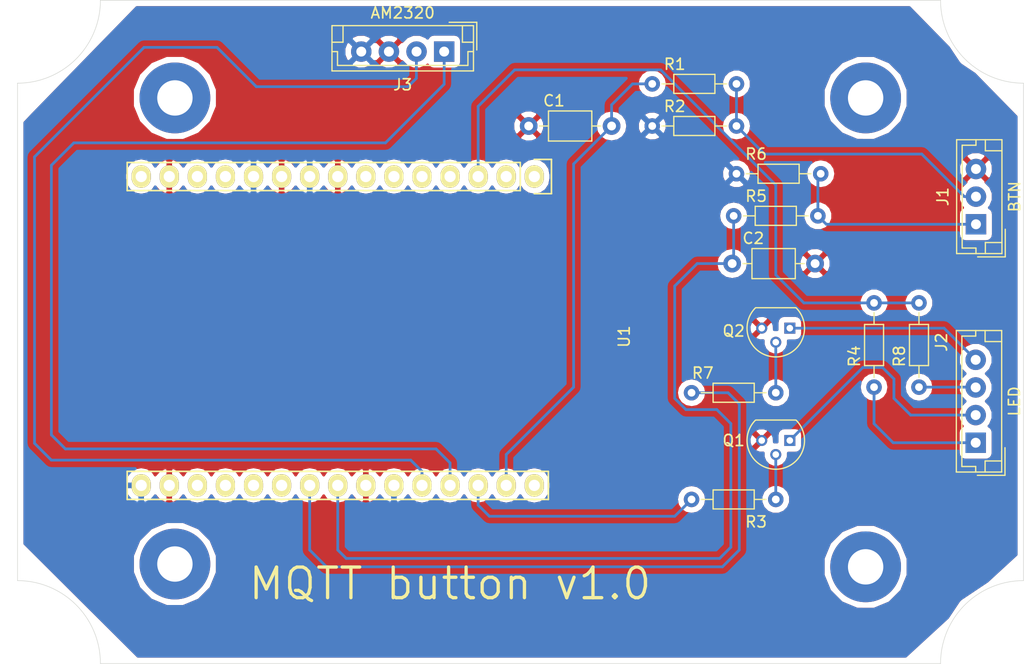
<source format=kicad_pcb>
(kicad_pcb (version 4) (host pcbnew 4.0.6)

  (general
    (links 36)
    (no_connects 0)
    (area 110.214999 59.974999 203.2792 120.065801)
    (thickness 1.6)
    (drawings 9)
    (tracks 88)
    (zones 0)
    (modules 20)
    (nets 18)
  )

  (page A4)
  (layers
    (0 F.Cu signal)
    (31 B.Cu signal)
    (32 B.Adhes user)
    (33 F.Adhes user)
    (34 B.Paste user)
    (35 F.Paste user)
    (36 B.SilkS user)
    (37 F.SilkS user)
    (38 B.Mask user)
    (39 F.Mask user)
    (40 Dwgs.User user)
    (41 Cmts.User user)
    (42 Eco1.User user)
    (43 Eco2.User user)
    (44 Edge.Cuts user)
    (45 Margin user)
    (46 B.CrtYd user)
    (47 F.CrtYd user)
    (48 B.Fab user)
    (49 F.Fab user)
  )

  (setup
    (last_trace_width 0.25)
    (trace_clearance 0.2)
    (zone_clearance 0.508)
    (zone_45_only no)
    (trace_min 0.2)
    (segment_width 0.2)
    (edge_width 0.05)
    (via_size 0.6)
    (via_drill 0.4)
    (via_min_size 0.4)
    (via_min_drill 0.3)
    (uvia_size 0.3)
    (uvia_drill 0.1)
    (uvias_allowed no)
    (uvia_min_size 0.2)
    (uvia_min_drill 0.1)
    (pcb_text_width 0.3)
    (pcb_text_size 1.5 1.5)
    (mod_edge_width 0.15)
    (mod_text_size 1 1)
    (mod_text_width 0.15)
    (pad_size 1.524 1.524)
    (pad_drill 0.762)
    (pad_to_mask_clearance 0.2)
    (aux_axis_origin 0 0)
    (visible_elements 7FFFFFFF)
    (pcbplotparams
      (layerselection 0x010f0_80000001)
      (usegerberextensions false)
      (excludeedgelayer true)
      (linewidth 0.100000)
      (plotframeref false)
      (viasonmask false)
      (mode 1)
      (useauxorigin false)
      (hpglpennumber 1)
      (hpglpenspeed 20)
      (hpglpendiameter 15)
      (hpglpenoverlay 2)
      (psnegative false)
      (psa4output false)
      (plotreference true)
      (plotvalue true)
      (plotinvisibletext false)
      (padsonsilk false)
      (subtractmaskfromsilk false)
      (outputformat 4)
      (mirror false)
      (drillshape 0)
      (scaleselection 1)
      (outputdirectory pdf/))
  )

  (net 0 "")
  (net 1 GND)
  (net 2 "Net-(J1-Pad1)")
  (net 3 "Net-(J2-Pad1)")
  (net 4 "Net-(J2-Pad2)")
  (net 5 "Net-(Q1-Pad2)")
  (net 6 +3V3)
  (net 7 +5V)
  (net 8 BTN1)
  (net 9 BTN2)
  (net 10 "Net-(J1-Pad2)")
  (net 11 "Net-(J2-Pad3)")
  (net 12 "Net-(J2-Pad4)")
  (net 13 "Net-(J3-Pad1)")
  (net 14 "Net-(J3-Pad2)")
  (net 15 "Net-(Q2-Pad2)")
  (net 16 LED1)
  (net 17 LED2)

  (net_class Default "This is the default net class."
    (clearance 0.2)
    (trace_width 0.25)
    (via_dia 0.6)
    (via_drill 0.4)
    (uvia_dia 0.3)
    (uvia_drill 0.1)
    (add_net +3V3)
    (add_net +5V)
    (add_net BTN1)
    (add_net BTN2)
    (add_net GND)
    (add_net LED1)
    (add_net LED2)
    (add_net "Net-(J1-Pad1)")
    (add_net "Net-(J1-Pad2)")
    (add_net "Net-(J2-Pad1)")
    (add_net "Net-(J2-Pad2)")
    (add_net "Net-(J2-Pad3)")
    (add_net "Net-(J2-Pad4)")
    (add_net "Net-(J3-Pad1)")
    (add_net "Net-(J3-Pad2)")
    (add_net "Net-(Q1-Pad2)")
    (add_net "Net-(Q2-Pad2)")
  )

  (module NodeMCU_LoLin_V3 (layer F.Cu) (tedit 592CFD64) (tstamp 592C1EE5)
    (at 158.75 75.946 270)
    (descr "Through-hole-mounted NodeMCU 0.9")
    (tags nodemcu)
    (path /592A944E)
    (fp_text reference U1 (at 14.478 -8.128 270) (layer F.SilkS)
      (effects (font (size 1 1) (thickness 0.15)))
    )
    (fp_text value "NodeMCU LoLin V3" (at 14.224 25.908 360) (layer F.Fab)
      (effects (font (size 2 2) (thickness 0.15)))
    )
    (fp_line (start 20.32 41.656) (end 20.32 45.466) (layer F.CrtYd) (width 0.15))
    (fp_line (start 22.86 45.466) (end 22.86 41.656) (layer F.CrtYd) (width 0.15))
    (fp_line (start 22.86 41.656) (end 20.32 41.656) (layer F.CrtYd) (width 0.15))
    (fp_line (start 20.32 45.466) (end 22.86 45.466) (layer F.CrtYd) (width 0.15))
    (fp_circle (center 21.59 43.434) (end 21.844 44.196) (layer F.CrtYd) (width 0.15))
    (fp_circle (center 6.35 43.434) (end 6.604 44.196) (layer F.CrtYd) (width 0.15))
    (fp_line (start 5.08 45.466) (end 7.62 45.466) (layer F.CrtYd) (width 0.15))
    (fp_line (start 7.62 41.656) (end 5.08 41.656) (layer F.CrtYd) (width 0.15))
    (fp_line (start 7.62 45.466) (end 7.62 41.656) (layer F.CrtYd) (width 0.15))
    (fp_line (start 5.08 41.656) (end 5.08 45.466) (layer F.CrtYd) (width 0.15))
    (fp_line (start 10.16 46.482) (end 10.16 48.26) (layer F.CrtYd) (width 0.15))
    (fp_line (start 10.16 48.26) (end 17.78 48.26) (layer F.CrtYd) (width 0.15))
    (fp_line (start 17.78 48.26) (end 17.78 46.482) (layer F.CrtYd) (width 0.15))
    (fp_circle (center 0.108949 -8.318) (end 1.378949 -7.048) (layer F.CrtYd) (width 0.15))
    (fp_line (start 17.78 41.46) (end 17.78 46.54) (layer F.CrtYd) (width 0.15))
    (fp_line (start 10.16 41.46) (end 17.78 41.46) (layer F.CrtYd) (width 0.15))
    (fp_line (start 10.16 46.54) (end 10.16 41.46) (layer F.CrtYd) (width 0.15))
    (fp_line (start -1.905 46.54) (end -1.905 -11) (layer F.CrtYd) (width 0.15))
    (fp_line (start 29.845 46.54) (end -1.905 46.54) (layer F.CrtYd) (width 0.15))
    (fp_line (start 29.845 -11) (end 29.845 46.54) (layer F.CrtYd) (width 0.15))
    (fp_line (start -1.905 -11) (end 29.845 -11) (layer F.CrtYd) (width 0.15))
    (fp_line (start -1.27 1.27) (end -1.27 36.83) (layer F.SilkS) (width 0.15))
    (fp_line (start -1.27 36.83) (end 1.27 36.83) (layer F.SilkS) (width 0.15))
    (fp_line (start 1.27 36.83) (end 1.27 1.27) (layer F.SilkS) (width 0.15))
    (fp_line (start 1.55 -1.55) (end 1.55 0) (layer F.SilkS) (width 0.15))
    (fp_line (start 1.27 1.27) (end -1.27 1.27) (layer F.SilkS) (width 0.15))
    (fp_line (start -1.55 0) (end -1.55 -1.55) (layer F.SilkS) (width 0.15))
    (fp_line (start -1.55 -1.55) (end 1.55 -1.55) (layer F.SilkS) (width 0.15))
    (fp_line (start 26.67 36.83) (end 29.21 36.83) (layer F.SilkS) (width 0.15))
    (fp_line (start 26.67 -1.27) (end 26.67 36.83) (layer F.SilkS) (width 0.15))
    (fp_line (start 29.21 -1.27) (end 26.67 -1.27) (layer F.SilkS) (width 0.15))
    (fp_line (start 29.21 36.83) (end 29.21 -1.27) (layer F.SilkS) (width 0.15))
    (fp_circle (center 27.813 -8.318) (end 29.083 -7.048) (layer F.CrtYd) (width 0.15))
    (fp_circle (center 27.813 44.053) (end 29.083 45.323) (layer F.CrtYd) (width 0.15))
    (fp_circle (center 0.127 44.053) (end 1.397 45.323) (layer F.CrtYd) (width 0.15))
    (pad 1 thru_hole oval (at 0 0 270) (size 2.032 1.7272) (drill 1.016) (layers *.Cu *.Mask F.SilkS))
    (pad 2 thru_hole oval (at 0 2.54 270) (size 2.032 1.7272) (drill 1.016) (layers *.Cu *.Mask F.SilkS))
    (pad 3 thru_hole oval (at 0 5.08 270) (size 2.032 1.7272) (drill 1.016) (layers *.Cu *.Mask F.SilkS)
      (net 7 +5V))
    (pad 4 thru_hole oval (at 0 7.62 270) (size 2.032 1.7272) (drill 1.016) (layers *.Cu *.Mask F.SilkS))
    (pad 5 thru_hole oval (at 0 10.16 270) (size 2.032 1.7272) (drill 1.016) (layers *.Cu *.Mask F.SilkS))
    (pad 6 thru_hole oval (at 0 12.7 270) (size 2.032 1.7272) (drill 1.016) (layers *.Cu *.Mask F.SilkS))
    (pad 7 thru_hole oval (at 0 15.24 270) (size 2.032 1.7272) (drill 1.016) (layers *.Cu *.Mask F.SilkS))
    (pad 8 thru_hole oval (at 0 17.78 270) (size 2.032 1.7272) (drill 1.016) (layers *.Cu *.Mask F.SilkS)
      (net 1 GND))
    (pad 9 thru_hole oval (at 0 20.32 270) (size 2.032 1.7272) (drill 1.016) (layers *.Cu *.Mask F.SilkS)
      (net 6 +3V3))
    (pad 10 thru_hole oval (at 0 22.86 270) (size 2.032 1.7272) (drill 1.016) (layers *.Cu *.Mask F.SilkS)
      (net 1 GND))
    (pad 11 thru_hole oval (at 0 25.4 270) (size 2.032 1.7272) (drill 1.016) (layers *.Cu *.Mask F.SilkS)
      (net 6 +3V3))
    (pad 12 thru_hole oval (at 0 27.94 270) (size 2.032 1.7272) (drill 1.016) (layers *.Cu *.Mask F.SilkS))
    (pad 13 thru_hole oval (at 0 30.48 270) (size 2.032 1.7272) (drill 1.016) (layers *.Cu *.Mask F.SilkS))
    (pad 14 thru_hole oval (at 0 33.02 270) (size 2.032 1.7272) (drill 1.016) (layers *.Cu *.Mask F.SilkS)
      (net 1 GND))
    (pad 15 thru_hole oval (at 0 35.56 270) (size 2.032 1.7272) (drill 1.016) (layers *.Cu *.Mask F.SilkS))
    (pad 30 thru_hole oval (at 27.94 0 270) (size 2.032 1.7272) (drill 1.016) (layers *.Cu *.Mask F.SilkS))
    (pad 18 thru_hole oval (at 27.94 30.48 270) (size 2.032 1.7272) (drill 1.016) (layers *.Cu *.Mask F.SilkS))
    (pad 17 thru_hole oval (at 27.94 33.02 270) (size 2.032 1.7272) (drill 1.016) (layers *.Cu *.Mask F.SilkS)
      (net 1 GND))
    (pad 19 thru_hole oval (at 27.94 27.94 270) (size 2.032 1.7272) (drill 1.016) (layers *.Cu *.Mask F.SilkS))
    (pad 25 thru_hole oval (at 27.94 12.7 270) (size 2.032 1.7272) (drill 1.016) (layers *.Cu *.Mask F.SilkS)
      (net 6 +3V3))
    (pad 26 thru_hole oval (at 27.94 10.16 270) (size 2.032 1.7272) (drill 1.016) (layers *.Cu *.Mask F.SilkS)
      (net 14 "Net-(J3-Pad2)"))
    (pad 24 thru_hole oval (at 27.94 15.24 270) (size 2.032 1.7272) (drill 1.016) (layers *.Cu *.Mask F.SilkS)
      (net 1 GND))
    (pad 16 thru_hole oval (at 27.94 35.56 270) (size 2.032 1.7272) (drill 1.016) (layers *.Cu *.Mask F.SilkS)
      (net 6 +3V3))
    (pad 22 thru_hole oval (at 27.94 20.32 270) (size 2.032 1.7272) (drill 1.016) (layers *.Cu *.Mask F.SilkS)
      (net 17 LED2))
    (pad 23 thru_hole oval (at 27.94 17.78 270) (size 2.032 1.7272) (drill 1.016) (layers *.Cu *.Mask F.SilkS)
      (net 9 BTN2))
    (pad 21 thru_hole oval (at 27.94 22.86 270) (size 2.032 1.7272) (drill 1.016) (layers *.Cu *.Mask F.SilkS))
    (pad 20 thru_hole oval (at 27.94 25.4 270) (size 2.032 1.7272) (drill 1.016) (layers *.Cu *.Mask F.SilkS))
    (pad 28 thru_hole oval (at 27.94 5.08 270) (size 2.032 1.7272) (drill 1.016) (layers *.Cu *.Mask F.SilkS)
      (net 16 LED1))
    (pad 27 thru_hole oval (at 27.94 7.62 270) (size 2.032 1.7272) (drill 1.016) (layers *.Cu *.Mask F.SilkS)
      (net 13 "Net-(J3-Pad1)"))
    (pad 29 thru_hole oval (at 27.94 2.54 270) (size 2.032 1.7272) (drill 1.016) (layers *.Cu *.Mask F.SilkS)
      (net 8 BTN1))
  )

  (module Capacitors_THT:C_Axial_L3.8mm_D2.6mm_P7.50mm_Horizontal (layer F.Cu) (tedit 592CFCAB) (tstamp 592AC0DC)
    (at 158.242 71.374)
    (descr "C, Axial series, Axial, Horizontal, pin pitch=7.5mm, , length*diameter=3.8*2.6mm^2, http://www.vishay.com/docs/45231/arseries.pdf")
    (tags "C Axial series Axial Horizontal pin pitch 7.5mm  length 3.8mm diameter 2.6mm")
    (path /592A988C)
    (fp_text reference C1 (at 2.286 -2.286) (layer F.SilkS)
      (effects (font (size 1 1) (thickness 0.15)))
    )
    (fp_text value 0.1uF (at 6.096 -2.286) (layer F.Fab)
      (effects (font (size 1 1) (thickness 0.15)))
    )
    (fp_text user %R (at 3.75 0) (layer F.Fab)
      (effects (font (size 1 1) (thickness 0.15)))
    )
    (fp_line (start 1.85 -1.3) (end 1.85 1.3) (layer F.Fab) (width 0.1))
    (fp_line (start 1.85 1.3) (end 5.65 1.3) (layer F.Fab) (width 0.1))
    (fp_line (start 5.65 1.3) (end 5.65 -1.3) (layer F.Fab) (width 0.1))
    (fp_line (start 5.65 -1.3) (end 1.85 -1.3) (layer F.Fab) (width 0.1))
    (fp_line (start 0 0) (end 1.85 0) (layer F.Fab) (width 0.1))
    (fp_line (start 7.5 0) (end 5.65 0) (layer F.Fab) (width 0.1))
    (fp_line (start 1.79 -1.36) (end 1.79 1.36) (layer F.SilkS) (width 0.12))
    (fp_line (start 1.79 1.36) (end 5.71 1.36) (layer F.SilkS) (width 0.12))
    (fp_line (start 5.71 1.36) (end 5.71 -1.36) (layer F.SilkS) (width 0.12))
    (fp_line (start 5.71 -1.36) (end 1.79 -1.36) (layer F.SilkS) (width 0.12))
    (fp_line (start 0.98 0) (end 1.79 0) (layer F.SilkS) (width 0.12))
    (fp_line (start 6.52 0) (end 5.71 0) (layer F.SilkS) (width 0.12))
    (fp_line (start -1.05 -1.65) (end -1.05 1.65) (layer F.CrtYd) (width 0.05))
    (fp_line (start -1.05 1.65) (end 8.55 1.65) (layer F.CrtYd) (width 0.05))
    (fp_line (start 8.55 1.65) (end 8.55 -1.65) (layer F.CrtYd) (width 0.05))
    (fp_line (start 8.55 -1.65) (end -1.05 -1.65) (layer F.CrtYd) (width 0.05))
    (pad 1 thru_hole circle (at 0 0) (size 1.6 1.6) (drill 0.8) (layers *.Cu *.Mask)
      (net 1 GND))
    (pad 2 thru_hole oval (at 7.5 0) (size 1.6 1.6) (drill 0.8) (layers *.Cu *.Mask)
      (net 8 BTN1))
    (model ${KISYS3DMOD}/Capacitors_THT.3dshapes/C_Axial_L3.8mm_D2.6mm_P7.50mm_Horizontal.wrl
      (at (xyz 0 0 0))
      (scale (xyz 0.393701 0.393701 0.393701))
      (rotate (xyz 0 0 0))
    )
  )

  (module TO_SOT_Packages_THT:TO-92_Molded_Narrow (layer F.Cu) (tedit 592CFDA3) (tstamp 592AC0EF)
    (at 181.864 99.822 180)
    (descr "TO-92 leads molded, narrow, drill 0.6mm (see NXP sot054_po.pdf)")
    (tags "to-92 sc-43 sc-43a sot54 PA33 transistor")
    (path /592AAF6C)
    (fp_text reference Q1 (at 5.08 0 180) (layer F.SilkS)
      (effects (font (size 1 1) (thickness 0.15)))
    )
    (fp_text value BC547 (at -2.286 -0.254 270) (layer F.Fab)
      (effects (font (size 1 1) (thickness 0.15)))
    )
    (fp_text user %R (at 5.08 0 180) (layer F.Fab)
      (effects (font (size 1 1) (thickness 0.15)))
    )
    (fp_line (start -0.53 1.85) (end 3.07 1.85) (layer F.SilkS) (width 0.12))
    (fp_line (start -0.5 1.75) (end 3 1.75) (layer F.Fab) (width 0.1))
    (fp_line (start -1.46 -2.73) (end 4 -2.73) (layer F.CrtYd) (width 0.05))
    (fp_line (start -1.46 -2.73) (end -1.46 2.01) (layer F.CrtYd) (width 0.05))
    (fp_line (start 4 2.01) (end 4 -2.73) (layer F.CrtYd) (width 0.05))
    (fp_line (start 4 2.01) (end -1.46 2.01) (layer F.CrtYd) (width 0.05))
    (fp_arc (start 1.27 0) (end 1.27 -2.48) (angle 135) (layer F.Fab) (width 0.1))
    (fp_arc (start 1.27 0) (end 1.27 -2.6) (angle -135) (layer F.SilkS) (width 0.12))
    (fp_arc (start 1.27 0) (end 1.27 -2.48) (angle -135) (layer F.Fab) (width 0.1))
    (fp_arc (start 1.27 0) (end 1.27 -2.6) (angle 135) (layer F.SilkS) (width 0.12))
    (pad 2 thru_hole circle (at 1.27 -1.27 270) (size 1 1) (drill 0.6) (layers *.Cu *.Mask)
      (net 5 "Net-(Q1-Pad2)"))
    (pad 3 thru_hole circle (at 2.54 0 270) (size 1 1) (drill 0.6) (layers *.Cu *.Mask)
      (net 1 GND))
    (pad 1 thru_hole rect (at 0 0 270) (size 1 1) (drill 0.6) (layers *.Cu *.Mask)
      (net 4 "Net-(J2-Pad2)"))
    (model ${KISYS3DMOD}/TO_SOT_Packages_THT.3dshapes/TO-92_Molded_Narrow.wrl
      (at (xyz 0.05 0 0))
      (scale (xyz 1 1 1))
      (rotate (xyz 0 0 -90))
    )
  )

  (module Resistors_THT:R_Axial_DIN0204_L3.6mm_D1.6mm_P7.62mm_Horizontal (layer F.Cu) (tedit 592CFC89) (tstamp 592AC0F5)
    (at 177.038 67.564 180)
    (descr "Resistor, Axial_DIN0204 series, Axial, Horizontal, pin pitch=7.62mm, 0.16666666666666666W = 1/6W, length*diameter=3.6*1.6mm^2, http://cdn-reichelt.de/documents/datenblatt/B400/1_4W%23YAG.pdf")
    (tags "Resistor Axial_DIN0204 series Axial Horizontal pin pitch 7.62mm 0.16666666666666666W = 1/6W length 3.6mm diameter 1.6mm")
    (path /592A98FB)
    (fp_text reference R1 (at 5.588 1.778 180) (layer F.SilkS)
      (effects (font (size 1 1) (thickness 0.15)))
    )
    (fp_text value 10K (at 1.778 1.778 180) (layer F.Fab)
      (effects (font (size 1 1) (thickness 0.15)))
    )
    (fp_line (start 2.01 -0.8) (end 2.01 0.8) (layer F.Fab) (width 0.1))
    (fp_line (start 2.01 0.8) (end 5.61 0.8) (layer F.Fab) (width 0.1))
    (fp_line (start 5.61 0.8) (end 5.61 -0.8) (layer F.Fab) (width 0.1))
    (fp_line (start 5.61 -0.8) (end 2.01 -0.8) (layer F.Fab) (width 0.1))
    (fp_line (start 0 0) (end 2.01 0) (layer F.Fab) (width 0.1))
    (fp_line (start 7.62 0) (end 5.61 0) (layer F.Fab) (width 0.1))
    (fp_line (start 1.95 -0.86) (end 1.95 0.86) (layer F.SilkS) (width 0.12))
    (fp_line (start 1.95 0.86) (end 5.67 0.86) (layer F.SilkS) (width 0.12))
    (fp_line (start 5.67 0.86) (end 5.67 -0.86) (layer F.SilkS) (width 0.12))
    (fp_line (start 5.67 -0.86) (end 1.95 -0.86) (layer F.SilkS) (width 0.12))
    (fp_line (start 0.88 0) (end 1.95 0) (layer F.SilkS) (width 0.12))
    (fp_line (start 6.74 0) (end 5.67 0) (layer F.SilkS) (width 0.12))
    (fp_line (start -0.95 -1.15) (end -0.95 1.15) (layer F.CrtYd) (width 0.05))
    (fp_line (start -0.95 1.15) (end 8.6 1.15) (layer F.CrtYd) (width 0.05))
    (fp_line (start 8.6 1.15) (end 8.6 -1.15) (layer F.CrtYd) (width 0.05))
    (fp_line (start 8.6 -1.15) (end -0.95 -1.15) (layer F.CrtYd) (width 0.05))
    (pad 1 thru_hole circle (at 0 0 180) (size 1.4 1.4) (drill 0.7) (layers *.Cu *.Mask)
      (net 10 "Net-(J1-Pad2)"))
    (pad 2 thru_hole oval (at 7.62 0 180) (size 1.4 1.4) (drill 0.7) (layers *.Cu *.Mask)
      (net 8 BTN1))
    (model Resistors_THT.3dshapes/R_Axial_DIN0204_L3.6mm_D1.6mm_P7.62mm_Horizontal.wrl
      (at (xyz 0 0 0))
      (scale (xyz 0.393701 0.393701 0.393701))
      (rotate (xyz 0 0 0))
    )
  )

  (module Resistors_THT:R_Axial_DIN0204_L3.6mm_D1.6mm_P7.62mm_Horizontal (layer F.Cu) (tedit 592CFC9B) (tstamp 592AC0FB)
    (at 169.418 71.374)
    (descr "Resistor, Axial_DIN0204 series, Axial, Horizontal, pin pitch=7.62mm, 0.16666666666666666W = 1/6W, length*diameter=3.6*1.6mm^2, http://cdn-reichelt.de/documents/datenblatt/B400/1_4W%23YAG.pdf")
    (tags "Resistor Axial_DIN0204 series Axial Horizontal pin pitch 7.62mm 0.16666666666666666W = 1/6W length 3.6mm diameter 1.6mm")
    (path /592A9936)
    (fp_text reference R2 (at 2.032 -1.778) (layer F.SilkS)
      (effects (font (size 1 1) (thickness 0.15)))
    )
    (fp_text value 100K (at 5.588 -1.778) (layer F.Fab)
      (effects (font (size 1 1) (thickness 0.15)))
    )
    (fp_line (start 2.01 -0.8) (end 2.01 0.8) (layer F.Fab) (width 0.1))
    (fp_line (start 2.01 0.8) (end 5.61 0.8) (layer F.Fab) (width 0.1))
    (fp_line (start 5.61 0.8) (end 5.61 -0.8) (layer F.Fab) (width 0.1))
    (fp_line (start 5.61 -0.8) (end 2.01 -0.8) (layer F.Fab) (width 0.1))
    (fp_line (start 0 0) (end 2.01 0) (layer F.Fab) (width 0.1))
    (fp_line (start 7.62 0) (end 5.61 0) (layer F.Fab) (width 0.1))
    (fp_line (start 1.95 -0.86) (end 1.95 0.86) (layer F.SilkS) (width 0.12))
    (fp_line (start 1.95 0.86) (end 5.67 0.86) (layer F.SilkS) (width 0.12))
    (fp_line (start 5.67 0.86) (end 5.67 -0.86) (layer F.SilkS) (width 0.12))
    (fp_line (start 5.67 -0.86) (end 1.95 -0.86) (layer F.SilkS) (width 0.12))
    (fp_line (start 0.88 0) (end 1.95 0) (layer F.SilkS) (width 0.12))
    (fp_line (start 6.74 0) (end 5.67 0) (layer F.SilkS) (width 0.12))
    (fp_line (start -0.95 -1.15) (end -0.95 1.15) (layer F.CrtYd) (width 0.05))
    (fp_line (start -0.95 1.15) (end 8.6 1.15) (layer F.CrtYd) (width 0.05))
    (fp_line (start 8.6 1.15) (end 8.6 -1.15) (layer F.CrtYd) (width 0.05))
    (fp_line (start 8.6 -1.15) (end -0.95 -1.15) (layer F.CrtYd) (width 0.05))
    (pad 1 thru_hole circle (at 0 0) (size 1.4 1.4) (drill 0.7) (layers *.Cu *.Mask)
      (net 6 +3V3))
    (pad 2 thru_hole oval (at 7.62 0) (size 1.4 1.4) (drill 0.7) (layers *.Cu *.Mask)
      (net 10 "Net-(J1-Pad2)"))
    (model Resistors_THT.3dshapes/R_Axial_DIN0204_L3.6mm_D1.6mm_P7.62mm_Horizontal.wrl
      (at (xyz 0 0 0))
      (scale (xyz 0.393701 0.393701 0.393701))
      (rotate (xyz 0 0 0))
    )
  )

  (module Resistors_THT:R_Axial_DIN0204_L3.6mm_D1.6mm_P7.62mm_Horizontal (layer F.Cu) (tedit 592CFD92) (tstamp 592AC101)
    (at 180.594 105.156 180)
    (descr "Resistor, Axial_DIN0204 series, Axial, Horizontal, pin pitch=7.62mm, 0.16666666666666666W = 1/6W, length*diameter=3.6*1.6mm^2, http://cdn-reichelt.de/documents/datenblatt/B400/1_4W%23YAG.pdf")
    (tags "Resistor Axial_DIN0204 series Axial Horizontal pin pitch 7.62mm 0.16666666666666666W = 1/6W length 3.6mm diameter 1.6mm")
    (path /592AAFC1)
    (fp_text reference R3 (at 1.778 -2.032 180) (layer F.SilkS)
      (effects (font (size 1 1) (thickness 0.15)))
    )
    (fp_text value R (at 7.112 -2.032 180) (layer F.Fab)
      (effects (font (size 1 1) (thickness 0.15)))
    )
    (fp_line (start 2.01 -0.8) (end 2.01 0.8) (layer F.Fab) (width 0.1))
    (fp_line (start 2.01 0.8) (end 5.61 0.8) (layer F.Fab) (width 0.1))
    (fp_line (start 5.61 0.8) (end 5.61 -0.8) (layer F.Fab) (width 0.1))
    (fp_line (start 5.61 -0.8) (end 2.01 -0.8) (layer F.Fab) (width 0.1))
    (fp_line (start 0 0) (end 2.01 0) (layer F.Fab) (width 0.1))
    (fp_line (start 7.62 0) (end 5.61 0) (layer F.Fab) (width 0.1))
    (fp_line (start 1.95 -0.86) (end 1.95 0.86) (layer F.SilkS) (width 0.12))
    (fp_line (start 1.95 0.86) (end 5.67 0.86) (layer F.SilkS) (width 0.12))
    (fp_line (start 5.67 0.86) (end 5.67 -0.86) (layer F.SilkS) (width 0.12))
    (fp_line (start 5.67 -0.86) (end 1.95 -0.86) (layer F.SilkS) (width 0.12))
    (fp_line (start 0.88 0) (end 1.95 0) (layer F.SilkS) (width 0.12))
    (fp_line (start 6.74 0) (end 5.67 0) (layer F.SilkS) (width 0.12))
    (fp_line (start -0.95 -1.15) (end -0.95 1.15) (layer F.CrtYd) (width 0.05))
    (fp_line (start -0.95 1.15) (end 8.6 1.15) (layer F.CrtYd) (width 0.05))
    (fp_line (start 8.6 1.15) (end 8.6 -1.15) (layer F.CrtYd) (width 0.05))
    (fp_line (start 8.6 -1.15) (end -0.95 -1.15) (layer F.CrtYd) (width 0.05))
    (pad 1 thru_hole circle (at 0 0 180) (size 1.4 1.4) (drill 0.7) (layers *.Cu *.Mask)
      (net 5 "Net-(Q1-Pad2)"))
    (pad 2 thru_hole oval (at 7.62 0 180) (size 1.4 1.4) (drill 0.7) (layers *.Cu *.Mask)
      (net 16 LED1))
    (model Resistors_THT.3dshapes/R_Axial_DIN0204_L3.6mm_D1.6mm_P7.62mm_Horizontal.wrl
      (at (xyz 0 0 0))
      (scale (xyz 0.393701 0.393701 0.393701))
      (rotate (xyz 0 0 0))
    )
  )

  (module Resistors_THT:R_Axial_DIN0204_L3.6mm_D1.6mm_P7.62mm_Horizontal (layer F.Cu) (tedit 592E50E1) (tstamp 592AC107)
    (at 189.484 87.376 270)
    (descr "Resistor, Axial_DIN0204 series, Axial, Horizontal, pin pitch=7.62mm, 0.16666666666666666W = 1/6W, length*diameter=3.6*1.6mm^2, http://cdn-reichelt.de/documents/datenblatt/B400/1_4W%23YAG.pdf")
    (tags "Resistor Axial_DIN0204 series Axial Horizontal pin pitch 7.62mm 0.16666666666666666W = 1/6W length 3.6mm diameter 1.6mm")
    (path /592AB02F)
    (fp_text reference R4 (at 4.826 1.778 270) (layer F.SilkS)
      (effects (font (size 1 1) (thickness 0.15)))
    )
    (fp_text value R (at 2.54 1.778 270) (layer F.Fab)
      (effects (font (size 1 1) (thickness 0.15)))
    )
    (fp_line (start 2.01 -0.8) (end 2.01 0.8) (layer F.Fab) (width 0.1))
    (fp_line (start 2.01 0.8) (end 5.61 0.8) (layer F.Fab) (width 0.1))
    (fp_line (start 5.61 0.8) (end 5.61 -0.8) (layer F.Fab) (width 0.1))
    (fp_line (start 5.61 -0.8) (end 2.01 -0.8) (layer F.Fab) (width 0.1))
    (fp_line (start 0 0) (end 2.01 0) (layer F.Fab) (width 0.1))
    (fp_line (start 7.62 0) (end 5.61 0) (layer F.Fab) (width 0.1))
    (fp_line (start 1.95 -0.86) (end 1.95 0.86) (layer F.SilkS) (width 0.12))
    (fp_line (start 1.95 0.86) (end 5.67 0.86) (layer F.SilkS) (width 0.12))
    (fp_line (start 5.67 0.86) (end 5.67 -0.86) (layer F.SilkS) (width 0.12))
    (fp_line (start 5.67 -0.86) (end 1.95 -0.86) (layer F.SilkS) (width 0.12))
    (fp_line (start 0.88 0) (end 1.95 0) (layer F.SilkS) (width 0.12))
    (fp_line (start 6.74 0) (end 5.67 0) (layer F.SilkS) (width 0.12))
    (fp_line (start -0.95 -1.15) (end -0.95 1.15) (layer F.CrtYd) (width 0.05))
    (fp_line (start -0.95 1.15) (end 8.6 1.15) (layer F.CrtYd) (width 0.05))
    (fp_line (start 8.6 1.15) (end 8.6 -1.15) (layer F.CrtYd) (width 0.05))
    (fp_line (start 8.6 -1.15) (end -0.95 -1.15) (layer F.CrtYd) (width 0.05))
    (pad 1 thru_hole circle (at 0 0 270) (size 1.4 1.4) (drill 0.7) (layers *.Cu *.Mask)
      (net 7 +5V))
    (pad 2 thru_hole oval (at 7.62 0 270) (size 1.4 1.4) (drill 0.7) (layers *.Cu *.Mask)
      (net 3 "Net-(J2-Pad1)"))
    (model Resistors_THT.3dshapes/R_Axial_DIN0204_L3.6mm_D1.6mm_P7.62mm_Horizontal.wrl
      (at (xyz 0 0 0))
      (scale (xyz 0.393701 0.393701 0.393701))
      (rotate (xyz 0 0 0))
    )
  )

  (module Capacitors_THT:C_Axial_L3.8mm_D2.6mm_P7.50mm_Horizontal (layer F.Cu) (tedit 592E515B) (tstamp 592C0772)
    (at 184.15 83.82 180)
    (descr "C, Axial series, Axial, Horizontal, pin pitch=7.5mm, , length*diameter=3.8*2.6mm^2, http://www.vishay.com/docs/45231/arseries.pdf")
    (tags "C Axial series Axial Horizontal pin pitch 7.5mm  length 3.8mm diameter 2.6mm")
    (path /592C05DE)
    (fp_text reference C2 (at 5.588 2.286 180) (layer F.SilkS)
      (effects (font (size 1 1) (thickness 0.15)))
    )
    (fp_text value 0.1uF (at 1.778 2.286 180) (layer F.Fab) hide
      (effects (font (size 1 1) (thickness 0.15)))
    )
    (fp_text user %R (at 3.75 0 180) (layer F.Fab)
      (effects (font (size 1 1) (thickness 0.15)))
    )
    (fp_line (start 1.85 -1.3) (end 1.85 1.3) (layer F.Fab) (width 0.1))
    (fp_line (start 1.85 1.3) (end 5.65 1.3) (layer F.Fab) (width 0.1))
    (fp_line (start 5.65 1.3) (end 5.65 -1.3) (layer F.Fab) (width 0.1))
    (fp_line (start 5.65 -1.3) (end 1.85 -1.3) (layer F.Fab) (width 0.1))
    (fp_line (start 0 0) (end 1.85 0) (layer F.Fab) (width 0.1))
    (fp_line (start 7.5 0) (end 5.65 0) (layer F.Fab) (width 0.1))
    (fp_line (start 1.79 -1.36) (end 1.79 1.36) (layer F.SilkS) (width 0.12))
    (fp_line (start 1.79 1.36) (end 5.71 1.36) (layer F.SilkS) (width 0.12))
    (fp_line (start 5.71 1.36) (end 5.71 -1.36) (layer F.SilkS) (width 0.12))
    (fp_line (start 5.71 -1.36) (end 1.79 -1.36) (layer F.SilkS) (width 0.12))
    (fp_line (start 0.98 0) (end 1.79 0) (layer F.SilkS) (width 0.12))
    (fp_line (start 6.52 0) (end 5.71 0) (layer F.SilkS) (width 0.12))
    (fp_line (start -1.05 -1.65) (end -1.05 1.65) (layer F.CrtYd) (width 0.05))
    (fp_line (start -1.05 1.65) (end 8.55 1.65) (layer F.CrtYd) (width 0.05))
    (fp_line (start 8.55 1.65) (end 8.55 -1.65) (layer F.CrtYd) (width 0.05))
    (fp_line (start 8.55 -1.65) (end -1.05 -1.65) (layer F.CrtYd) (width 0.05))
    (pad 1 thru_hole circle (at 0 0 180) (size 1.6 1.6) (drill 0.8) (layers *.Cu *.Mask)
      (net 1 GND))
    (pad 2 thru_hole oval (at 7.5 0 180) (size 1.6 1.6) (drill 0.8) (layers *.Cu *.Mask)
      (net 9 BTN2))
    (model ${KISYS3DMOD}/Capacitors_THT.3dshapes/C_Axial_L3.8mm_D2.6mm_P7.50mm_Horizontal.wrl
      (at (xyz 0 0 0))
      (scale (xyz 0.393701 0.393701 0.393701))
      (rotate (xyz 0 0 0))
    )
  )

  (module Connectors_JST:JST_EH_B03B-EH-A_03x2.50mm_Straight (layer F.Cu) (tedit 592E5104) (tstamp 592C0773)
    (at 198.7042 80.264 90)
    (descr "JST EH series connector, B03B-EH-A, 2.50mm pitch, top entry")
    (tags "connector jst eh top vertical straight")
    (path /592C250C)
    (fp_text reference J1 (at 2.5 -3 90) (layer F.SilkS)
      (effects (font (size 1 1) (thickness 0.15)))
    )
    (fp_text value BTN (at 2.5 3.5 90) (layer F.SilkS)
      (effects (font (size 1 1) (thickness 0.15)))
    )
    (fp_text user %R (at 2.5 -3 90) (layer F.Fab)
      (effects (font (size 1 1) (thickness 0.15)))
    )
    (fp_line (start -2.5 -1.6) (end -2.5 2.2) (layer F.Fab) (width 0.1))
    (fp_line (start -2.5 2.2) (end 7.5 2.2) (layer F.Fab) (width 0.1))
    (fp_line (start 7.5 2.2) (end 7.5 -1.6) (layer F.Fab) (width 0.1))
    (fp_line (start 7.5 -1.6) (end -2.5 -1.6) (layer F.Fab) (width 0.1))
    (fp_line (start -2.65 -1.75) (end -2.65 2.35) (layer F.SilkS) (width 0.12))
    (fp_line (start -2.65 2.35) (end 7.65 2.35) (layer F.SilkS) (width 0.12))
    (fp_line (start 7.65 2.35) (end 7.65 -1.75) (layer F.SilkS) (width 0.12))
    (fp_line (start 7.65 -1.75) (end -2.65 -1.75) (layer F.SilkS) (width 0.12))
    (fp_line (start -2.65 0) (end -2.15 0) (layer F.SilkS) (width 0.12))
    (fp_line (start -2.15 0) (end -2.15 -1.25) (layer F.SilkS) (width 0.12))
    (fp_line (start -2.15 -1.25) (end 7.15 -1.25) (layer F.SilkS) (width 0.12))
    (fp_line (start 7.15 -1.25) (end 7.15 0) (layer F.SilkS) (width 0.12))
    (fp_line (start 7.15 0) (end 7.65 0) (layer F.SilkS) (width 0.12))
    (fp_line (start -2.65 0.85) (end -1.65 0.85) (layer F.SilkS) (width 0.12))
    (fp_line (start -1.65 0.85) (end -1.65 2.35) (layer F.SilkS) (width 0.12))
    (fp_line (start 7.65 0.85) (end 6.65 0.85) (layer F.SilkS) (width 0.12))
    (fp_line (start 6.65 0.85) (end 6.65 2.35) (layer F.SilkS) (width 0.12))
    (fp_line (start -2.95 0.15) (end -2.95 2.65) (layer F.SilkS) (width 0.12))
    (fp_line (start -2.95 2.65) (end -0.45 2.65) (layer F.SilkS) (width 0.12))
    (fp_line (start -2.95 0.15) (end -2.95 2.65) (layer F.Fab) (width 0.1))
    (fp_line (start -2.95 2.65) (end -0.45 2.65) (layer F.Fab) (width 0.1))
    (fp_line (start -3.15 -2.25) (end -3.15 2.85) (layer F.CrtYd) (width 0.05))
    (fp_line (start -3.15 2.85) (end 8.15 2.85) (layer F.CrtYd) (width 0.05))
    (fp_line (start 8.15 2.85) (end 8.15 -2.25) (layer F.CrtYd) (width 0.05))
    (fp_line (start 8.15 -2.25) (end -3.15 -2.25) (layer F.CrtYd) (width 0.05))
    (pad 1 thru_hole rect (at 0 0 90) (size 1.85 1.85) (drill 0.9) (layers *.Cu *.Mask)
      (net 2 "Net-(J1-Pad1)"))
    (pad 2 thru_hole circle (at 2.5 0 90) (size 1.85 1.85) (drill 0.9) (layers *.Cu *.Mask)
      (net 10 "Net-(J1-Pad2)"))
    (pad 3 thru_hole circle (at 5 0 90) (size 1.85 1.85) (drill 0.9) (layers *.Cu *.Mask)
      (net 1 GND))
    (model Connectors_JST.3dshapes/JST_EH_B03B-EH-A_03x2.50mm_Straight.wrl
      (at (xyz 0 0 0))
      (scale (xyz 1 1 1))
      (rotate (xyz 0 0 0))
    )
  )

  (module Connectors_JST:JST_EH_B04B-EH-A_04x2.50mm_Straight (layer F.Cu) (tedit 592E50F8) (tstamp 592C0779)
    (at 198.6788 100.0252 90)
    (descr "JST EH series connector, B04B-EH-A, 2.50mm pitch, top entry")
    (tags "connector jst eh top vertical straight")
    (path /592C2992)
    (fp_text reference J2 (at 9.0932 -3.0988 90) (layer F.SilkS)
      (effects (font (size 1 1) (thickness 0.15)))
    )
    (fp_text value LED (at 3.75 3.5 90) (layer F.SilkS)
      (effects (font (size 1 1) (thickness 0.15)))
    )
    (fp_text user %R (at 9.0932 -3.0988 90) (layer F.Fab)
      (effects (font (size 1 1) (thickness 0.15)))
    )
    (fp_line (start -2.5 -1.6) (end -2.5 2.2) (layer F.Fab) (width 0.1))
    (fp_line (start -2.5 2.2) (end 10 2.2) (layer F.Fab) (width 0.1))
    (fp_line (start 10 2.2) (end 10 -1.6) (layer F.Fab) (width 0.1))
    (fp_line (start 10 -1.6) (end -2.5 -1.6) (layer F.Fab) (width 0.1))
    (fp_line (start -2.65 -1.75) (end -2.65 2.35) (layer F.SilkS) (width 0.12))
    (fp_line (start -2.65 2.35) (end 10.15 2.35) (layer F.SilkS) (width 0.12))
    (fp_line (start 10.15 2.35) (end 10.15 -1.75) (layer F.SilkS) (width 0.12))
    (fp_line (start 10.15 -1.75) (end -2.65 -1.75) (layer F.SilkS) (width 0.12))
    (fp_line (start -2.65 0) (end -2.15 0) (layer F.SilkS) (width 0.12))
    (fp_line (start -2.15 0) (end -2.15 -1.25) (layer F.SilkS) (width 0.12))
    (fp_line (start -2.15 -1.25) (end 9.65 -1.25) (layer F.SilkS) (width 0.12))
    (fp_line (start 9.65 -1.25) (end 9.65 0) (layer F.SilkS) (width 0.12))
    (fp_line (start 9.65 0) (end 10.15 0) (layer F.SilkS) (width 0.12))
    (fp_line (start -2.65 0.85) (end -1.65 0.85) (layer F.SilkS) (width 0.12))
    (fp_line (start -1.65 0.85) (end -1.65 2.35) (layer F.SilkS) (width 0.12))
    (fp_line (start 10.15 0.85) (end 9.15 0.85) (layer F.SilkS) (width 0.12))
    (fp_line (start 9.15 0.85) (end 9.15 2.35) (layer F.SilkS) (width 0.12))
    (fp_line (start -2.95 0.15) (end -2.95 2.65) (layer F.SilkS) (width 0.12))
    (fp_line (start -2.95 2.65) (end -0.45 2.65) (layer F.SilkS) (width 0.12))
    (fp_line (start -2.95 0.15) (end -2.95 2.65) (layer F.Fab) (width 0.1))
    (fp_line (start -2.95 2.65) (end -0.45 2.65) (layer F.Fab) (width 0.1))
    (fp_line (start -3.15 -2.25) (end -3.15 2.85) (layer F.CrtYd) (width 0.05))
    (fp_line (start -3.15 2.85) (end 10.65 2.85) (layer F.CrtYd) (width 0.05))
    (fp_line (start 10.65 2.85) (end 10.65 -2.25) (layer F.CrtYd) (width 0.05))
    (fp_line (start 10.65 -2.25) (end -3.15 -2.25) (layer F.CrtYd) (width 0.05))
    (pad 1 thru_hole rect (at 0 0 90) (size 1.85 1.85) (drill 0.9) (layers *.Cu *.Mask)
      (net 3 "Net-(J2-Pad1)"))
    (pad 2 thru_hole circle (at 2.5 0 90) (size 1.85 1.85) (drill 0.9) (layers *.Cu *.Mask)
      (net 4 "Net-(J2-Pad2)"))
    (pad 3 thru_hole circle (at 5 0 90) (size 1.85 1.85) (drill 0.9) (layers *.Cu *.Mask)
      (net 11 "Net-(J2-Pad3)"))
    (pad 4 thru_hole circle (at 7.5 0 90) (size 1.85 1.85) (drill 0.9) (layers *.Cu *.Mask)
      (net 12 "Net-(J2-Pad4)"))
    (model Connectors_JST.3dshapes/JST_EH_B04B-EH-A_04x2.50mm_Straight.wrl
      (at (xyz 0 0 0))
      (scale (xyz 1 1 1))
      (rotate (xyz 0 0 0))
    )
  )

  (module Connectors_JST:JST_EH_B04B-EH-A_04x2.50mm_Straight (layer F.Cu) (tedit 592E5113) (tstamp 592C0787)
    (at 150.5966 64.643 180)
    (descr "JST EH series connector, B04B-EH-A, 2.50mm pitch, top entry")
    (tags "connector jst eh top vertical straight")
    (path /592BFD00)
    (fp_text reference J3 (at 3.75 -3 180) (layer F.SilkS)
      (effects (font (size 1 1) (thickness 0.15)))
    )
    (fp_text value AM2320 (at 3.75 3.5 180) (layer F.SilkS)
      (effects (font (size 1 1) (thickness 0.15)))
    )
    (fp_text user %R (at 3.75 -3 180) (layer F.Fab)
      (effects (font (size 1 1) (thickness 0.15)))
    )
    (fp_line (start -2.5 -1.6) (end -2.5 2.2) (layer F.Fab) (width 0.1))
    (fp_line (start -2.5 2.2) (end 10 2.2) (layer F.Fab) (width 0.1))
    (fp_line (start 10 2.2) (end 10 -1.6) (layer F.Fab) (width 0.1))
    (fp_line (start 10 -1.6) (end -2.5 -1.6) (layer F.Fab) (width 0.1))
    (fp_line (start -2.65 -1.75) (end -2.65 2.35) (layer F.SilkS) (width 0.12))
    (fp_line (start -2.65 2.35) (end 10.15 2.35) (layer F.SilkS) (width 0.12))
    (fp_line (start 10.15 2.35) (end 10.15 -1.75) (layer F.SilkS) (width 0.12))
    (fp_line (start 10.15 -1.75) (end -2.65 -1.75) (layer F.SilkS) (width 0.12))
    (fp_line (start -2.65 0) (end -2.15 0) (layer F.SilkS) (width 0.12))
    (fp_line (start -2.15 0) (end -2.15 -1.25) (layer F.SilkS) (width 0.12))
    (fp_line (start -2.15 -1.25) (end 9.65 -1.25) (layer F.SilkS) (width 0.12))
    (fp_line (start 9.65 -1.25) (end 9.65 0) (layer F.SilkS) (width 0.12))
    (fp_line (start 9.65 0) (end 10.15 0) (layer F.SilkS) (width 0.12))
    (fp_line (start -2.65 0.85) (end -1.65 0.85) (layer F.SilkS) (width 0.12))
    (fp_line (start -1.65 0.85) (end -1.65 2.35) (layer F.SilkS) (width 0.12))
    (fp_line (start 10.15 0.85) (end 9.15 0.85) (layer F.SilkS) (width 0.12))
    (fp_line (start 9.15 0.85) (end 9.15 2.35) (layer F.SilkS) (width 0.12))
    (fp_line (start -2.95 0.15) (end -2.95 2.65) (layer F.SilkS) (width 0.12))
    (fp_line (start -2.95 2.65) (end -0.45 2.65) (layer F.SilkS) (width 0.12))
    (fp_line (start -2.95 0.15) (end -2.95 2.65) (layer F.Fab) (width 0.1))
    (fp_line (start -2.95 2.65) (end -0.45 2.65) (layer F.Fab) (width 0.1))
    (fp_line (start -3.15 -2.25) (end -3.15 2.85) (layer F.CrtYd) (width 0.05))
    (fp_line (start -3.15 2.85) (end 10.65 2.85) (layer F.CrtYd) (width 0.05))
    (fp_line (start 10.65 2.85) (end 10.65 -2.25) (layer F.CrtYd) (width 0.05))
    (fp_line (start 10.65 -2.25) (end -3.15 -2.25) (layer F.CrtYd) (width 0.05))
    (pad 1 thru_hole rect (at 0 0 180) (size 1.85 1.85) (drill 0.9) (layers *.Cu *.Mask)
      (net 13 "Net-(J3-Pad1)"))
    (pad 2 thru_hole circle (at 2.5 0 180) (size 1.85 1.85) (drill 0.9) (layers *.Cu *.Mask)
      (net 14 "Net-(J3-Pad2)"))
    (pad 3 thru_hole circle (at 5 0 180) (size 1.85 1.85) (drill 0.9) (layers *.Cu *.Mask)
      (net 1 GND))
    (pad 4 thru_hole circle (at 7.5 0 180) (size 1.85 1.85) (drill 0.9) (layers *.Cu *.Mask)
      (net 6 +3V3))
    (model Connectors_JST.3dshapes/JST_EH_B04B-EH-A_04x2.50mm_Straight.wrl
      (at (xyz 0 0 0))
      (scale (xyz 1 1 1))
      (rotate (xyz 0 0 0))
    )
  )

  (module TO_SOT_Packages_THT:TO-92_Molded_Narrow (layer F.Cu) (tedit 592CFDAA) (tstamp 592C078E)
    (at 181.864 89.662 180)
    (descr "TO-92 leads molded, narrow, drill 0.6mm (see NXP sot054_po.pdf)")
    (tags "to-92 sc-43 sc-43a sot54 PA33 transistor")
    (path /592C0605)
    (fp_text reference Q2 (at 5.08 -0.254 180) (layer F.SilkS)
      (effects (font (size 1 1) (thickness 0.15)))
    )
    (fp_text value BC547 (at -2.286 -0.254 270) (layer F.Fab)
      (effects (font (size 1 1) (thickness 0.15)))
    )
    (fp_text user %R (at 5.08 -0.254 180) (layer F.Fab)
      (effects (font (size 1 1) (thickness 0.15)))
    )
    (fp_line (start -0.53 1.85) (end 3.07 1.85) (layer F.SilkS) (width 0.12))
    (fp_line (start -0.5 1.75) (end 3 1.75) (layer F.Fab) (width 0.1))
    (fp_line (start -1.46 -2.73) (end 4 -2.73) (layer F.CrtYd) (width 0.05))
    (fp_line (start -1.46 -2.73) (end -1.46 2.01) (layer F.CrtYd) (width 0.05))
    (fp_line (start 4 2.01) (end 4 -2.73) (layer F.CrtYd) (width 0.05))
    (fp_line (start 4 2.01) (end -1.46 2.01) (layer F.CrtYd) (width 0.05))
    (fp_arc (start 1.27 0) (end 1.27 -2.48) (angle 135) (layer F.Fab) (width 0.1))
    (fp_arc (start 1.27 0) (end 1.27 -2.6) (angle -135) (layer F.SilkS) (width 0.12))
    (fp_arc (start 1.27 0) (end 1.27 -2.48) (angle -135) (layer F.Fab) (width 0.1))
    (fp_arc (start 1.27 0) (end 1.27 -2.6) (angle 135) (layer F.SilkS) (width 0.12))
    (pad 2 thru_hole circle (at 1.27 -1.27 270) (size 1 1) (drill 0.6) (layers *.Cu *.Mask)
      (net 15 "Net-(Q2-Pad2)"))
    (pad 3 thru_hole circle (at 2.54 0 270) (size 1 1) (drill 0.6) (layers *.Cu *.Mask)
      (net 1 GND))
    (pad 1 thru_hole rect (at 0 0 270) (size 1 1) (drill 0.6) (layers *.Cu *.Mask)
      (net 12 "Net-(J2-Pad4)"))
    (model ${KISYS3DMOD}/TO_SOT_Packages_THT.3dshapes/TO-92_Molded_Narrow.wrl
      (at (xyz 0.05 0 0))
      (scale (xyz 1 1 1))
      (rotate (xyz 0 0 -90))
    )
  )

  (module Resistors_THT:R_Axial_DIN0204_L3.6mm_D1.6mm_P7.62mm_Horizontal (layer F.Cu) (tedit 592CFCCA) (tstamp 592C0794)
    (at 184.404 79.502 180)
    (descr "Resistor, Axial_DIN0204 series, Axial, Horizontal, pin pitch=7.62mm, 0.16666666666666666W = 1/6W, length*diameter=3.6*1.6mm^2, http://cdn-reichelt.de/documents/datenblatt/B400/1_4W%23YAG.pdf")
    (tags "Resistor Axial_DIN0204 series Axial Horizontal pin pitch 7.62mm 0.16666666666666666W = 1/6W length 3.6mm diameter 1.6mm")
    (path /592C05EA)
    (fp_text reference R5 (at 5.588 1.778 180) (layer F.SilkS)
      (effects (font (size 1 1) (thickness 0.15)))
    )
    (fp_text value 10K (at 2.286 1.778 180) (layer F.Fab)
      (effects (font (size 1 1) (thickness 0.15)))
    )
    (fp_line (start 2.01 -0.8) (end 2.01 0.8) (layer F.Fab) (width 0.1))
    (fp_line (start 2.01 0.8) (end 5.61 0.8) (layer F.Fab) (width 0.1))
    (fp_line (start 5.61 0.8) (end 5.61 -0.8) (layer F.Fab) (width 0.1))
    (fp_line (start 5.61 -0.8) (end 2.01 -0.8) (layer F.Fab) (width 0.1))
    (fp_line (start 0 0) (end 2.01 0) (layer F.Fab) (width 0.1))
    (fp_line (start 7.62 0) (end 5.61 0) (layer F.Fab) (width 0.1))
    (fp_line (start 1.95 -0.86) (end 1.95 0.86) (layer F.SilkS) (width 0.12))
    (fp_line (start 1.95 0.86) (end 5.67 0.86) (layer F.SilkS) (width 0.12))
    (fp_line (start 5.67 0.86) (end 5.67 -0.86) (layer F.SilkS) (width 0.12))
    (fp_line (start 5.67 -0.86) (end 1.95 -0.86) (layer F.SilkS) (width 0.12))
    (fp_line (start 0.88 0) (end 1.95 0) (layer F.SilkS) (width 0.12))
    (fp_line (start 6.74 0) (end 5.67 0) (layer F.SilkS) (width 0.12))
    (fp_line (start -0.95 -1.15) (end -0.95 1.15) (layer F.CrtYd) (width 0.05))
    (fp_line (start -0.95 1.15) (end 8.6 1.15) (layer F.CrtYd) (width 0.05))
    (fp_line (start 8.6 1.15) (end 8.6 -1.15) (layer F.CrtYd) (width 0.05))
    (fp_line (start 8.6 -1.15) (end -0.95 -1.15) (layer F.CrtYd) (width 0.05))
    (pad 1 thru_hole circle (at 0 0 180) (size 1.4 1.4) (drill 0.7) (layers *.Cu *.Mask)
      (net 2 "Net-(J1-Pad1)"))
    (pad 2 thru_hole oval (at 7.62 0 180) (size 1.4 1.4) (drill 0.7) (layers *.Cu *.Mask)
      (net 9 BTN2))
    (model Resistors_THT.3dshapes/R_Axial_DIN0204_L3.6mm_D1.6mm_P7.62mm_Horizontal.wrl
      (at (xyz 0 0 0))
      (scale (xyz 0.393701 0.393701 0.393701))
      (rotate (xyz 0 0 0))
    )
  )

  (module Resistors_THT:R_Axial_DIN0204_L3.6mm_D1.6mm_P7.62mm_Horizontal (layer F.Cu) (tedit 592CFCBD) (tstamp 592C079A)
    (at 177.038 75.692)
    (descr "Resistor, Axial_DIN0204 series, Axial, Horizontal, pin pitch=7.62mm, 0.16666666666666666W = 1/6W, length*diameter=3.6*1.6mm^2, http://cdn-reichelt.de/documents/datenblatt/B400/1_4W%23YAG.pdf")
    (tags "Resistor Axial_DIN0204 series Axial Horizontal pin pitch 7.62mm 0.16666666666666666W = 1/6W length 3.6mm diameter 1.6mm")
    (path /592C05F0)
    (fp_text reference R6 (at 1.778 -1.778) (layer F.SilkS)
      (effects (font (size 1 1) (thickness 0.15)))
    )
    (fp_text value 100K (at 5.588 -1.778) (layer F.Fab)
      (effects (font (size 1 1) (thickness 0.15)))
    )
    (fp_line (start 2.01 -0.8) (end 2.01 0.8) (layer F.Fab) (width 0.1))
    (fp_line (start 2.01 0.8) (end 5.61 0.8) (layer F.Fab) (width 0.1))
    (fp_line (start 5.61 0.8) (end 5.61 -0.8) (layer F.Fab) (width 0.1))
    (fp_line (start 5.61 -0.8) (end 2.01 -0.8) (layer F.Fab) (width 0.1))
    (fp_line (start 0 0) (end 2.01 0) (layer F.Fab) (width 0.1))
    (fp_line (start 7.62 0) (end 5.61 0) (layer F.Fab) (width 0.1))
    (fp_line (start 1.95 -0.86) (end 1.95 0.86) (layer F.SilkS) (width 0.12))
    (fp_line (start 1.95 0.86) (end 5.67 0.86) (layer F.SilkS) (width 0.12))
    (fp_line (start 5.67 0.86) (end 5.67 -0.86) (layer F.SilkS) (width 0.12))
    (fp_line (start 5.67 -0.86) (end 1.95 -0.86) (layer F.SilkS) (width 0.12))
    (fp_line (start 0.88 0) (end 1.95 0) (layer F.SilkS) (width 0.12))
    (fp_line (start 6.74 0) (end 5.67 0) (layer F.SilkS) (width 0.12))
    (fp_line (start -0.95 -1.15) (end -0.95 1.15) (layer F.CrtYd) (width 0.05))
    (fp_line (start -0.95 1.15) (end 8.6 1.15) (layer F.CrtYd) (width 0.05))
    (fp_line (start 8.6 1.15) (end 8.6 -1.15) (layer F.CrtYd) (width 0.05))
    (fp_line (start 8.6 -1.15) (end -0.95 -1.15) (layer F.CrtYd) (width 0.05))
    (pad 1 thru_hole circle (at 0 0) (size 1.4 1.4) (drill 0.7) (layers *.Cu *.Mask)
      (net 6 +3V3))
    (pad 2 thru_hole oval (at 7.62 0) (size 1.4 1.4) (drill 0.7) (layers *.Cu *.Mask)
      (net 2 "Net-(J1-Pad1)"))
    (model Resistors_THT.3dshapes/R_Axial_DIN0204_L3.6mm_D1.6mm_P7.62mm_Horizontal.wrl
      (at (xyz 0 0 0))
      (scale (xyz 0.393701 0.393701 0.393701))
      (rotate (xyz 0 0 0))
    )
  )

  (module Resistors_THT:R_Axial_DIN0204_L3.6mm_D1.6mm_P7.62mm_Horizontal (layer F.Cu) (tedit 592CFD87) (tstamp 592C07A0)
    (at 180.594 95.504 180)
    (descr "Resistor, Axial_DIN0204 series, Axial, Horizontal, pin pitch=7.62mm, 0.16666666666666666W = 1/6W, length*diameter=3.6*1.6mm^2, http://cdn-reichelt.de/documents/datenblatt/B400/1_4W%23YAG.pdf")
    (tags "Resistor Axial_DIN0204 series Axial Horizontal pin pitch 7.62mm 0.16666666666666666W = 1/6W length 3.6mm diameter 1.6mm")
    (path /592C060B)
    (fp_text reference R7 (at 6.604 1.778 180) (layer F.SilkS)
      (effects (font (size 1 1) (thickness 0.15)))
    )
    (fp_text value R (at 2.54 1.778 180) (layer F.Fab)
      (effects (font (size 1 1) (thickness 0.15)))
    )
    (fp_line (start 2.01 -0.8) (end 2.01 0.8) (layer F.Fab) (width 0.1))
    (fp_line (start 2.01 0.8) (end 5.61 0.8) (layer F.Fab) (width 0.1))
    (fp_line (start 5.61 0.8) (end 5.61 -0.8) (layer F.Fab) (width 0.1))
    (fp_line (start 5.61 -0.8) (end 2.01 -0.8) (layer F.Fab) (width 0.1))
    (fp_line (start 0 0) (end 2.01 0) (layer F.Fab) (width 0.1))
    (fp_line (start 7.62 0) (end 5.61 0) (layer F.Fab) (width 0.1))
    (fp_line (start 1.95 -0.86) (end 1.95 0.86) (layer F.SilkS) (width 0.12))
    (fp_line (start 1.95 0.86) (end 5.67 0.86) (layer F.SilkS) (width 0.12))
    (fp_line (start 5.67 0.86) (end 5.67 -0.86) (layer F.SilkS) (width 0.12))
    (fp_line (start 5.67 -0.86) (end 1.95 -0.86) (layer F.SilkS) (width 0.12))
    (fp_line (start 0.88 0) (end 1.95 0) (layer F.SilkS) (width 0.12))
    (fp_line (start 6.74 0) (end 5.67 0) (layer F.SilkS) (width 0.12))
    (fp_line (start -0.95 -1.15) (end -0.95 1.15) (layer F.CrtYd) (width 0.05))
    (fp_line (start -0.95 1.15) (end 8.6 1.15) (layer F.CrtYd) (width 0.05))
    (fp_line (start 8.6 1.15) (end 8.6 -1.15) (layer F.CrtYd) (width 0.05))
    (fp_line (start 8.6 -1.15) (end -0.95 -1.15) (layer F.CrtYd) (width 0.05))
    (pad 1 thru_hole circle (at 0 0 180) (size 1.4 1.4) (drill 0.7) (layers *.Cu *.Mask)
      (net 15 "Net-(Q2-Pad2)"))
    (pad 2 thru_hole oval (at 7.62 0 180) (size 1.4 1.4) (drill 0.7) (layers *.Cu *.Mask)
      (net 17 LED2))
    (model Resistors_THT.3dshapes/R_Axial_DIN0204_L3.6mm_D1.6mm_P7.62mm_Horizontal.wrl
      (at (xyz 0 0 0))
      (scale (xyz 0.393701 0.393701 0.393701))
      (rotate (xyz 0 0 0))
    )
  )

  (module Resistors_THT:R_Axial_DIN0204_L3.6mm_D1.6mm_P7.62mm_Horizontal (layer F.Cu) (tedit 592E4F70) (tstamp 592C07A6)
    (at 193.548 87.376 270)
    (descr "Resistor, Axial_DIN0204 series, Axial, Horizontal, pin pitch=7.62mm, 0.16666666666666666W = 1/6W, length*diameter=3.6*1.6mm^2, http://cdn-reichelt.de/documents/datenblatt/B400/1_4W%23YAG.pdf")
    (tags "Resistor Axial_DIN0204 series Axial Horizontal pin pitch 7.62mm 0.16666666666666666W = 1/6W length 3.6mm diameter 1.6mm")
    (path /592C0617)
    (fp_text reference R8 (at 4.826 1.778 270) (layer F.SilkS)
      (effects (font (size 1 1) (thickness 0.15)))
    )
    (fp_text value R (at 2.54 1.778 270) (layer F.Fab)
      (effects (font (size 1 1) (thickness 0.15)))
    )
    (fp_line (start 2.01 -0.8) (end 2.01 0.8) (layer F.Fab) (width 0.1))
    (fp_line (start 2.01 0.8) (end 5.61 0.8) (layer F.Fab) (width 0.1))
    (fp_line (start 5.61 0.8) (end 5.61 -0.8) (layer F.Fab) (width 0.1))
    (fp_line (start 5.61 -0.8) (end 2.01 -0.8) (layer F.Fab) (width 0.1))
    (fp_line (start 0 0) (end 2.01 0) (layer F.Fab) (width 0.1))
    (fp_line (start 7.62 0) (end 5.61 0) (layer F.Fab) (width 0.1))
    (fp_line (start 1.95 -0.86) (end 1.95 0.86) (layer F.SilkS) (width 0.12))
    (fp_line (start 1.95 0.86) (end 5.67 0.86) (layer F.SilkS) (width 0.12))
    (fp_line (start 5.67 0.86) (end 5.67 -0.86) (layer F.SilkS) (width 0.12))
    (fp_line (start 5.67 -0.86) (end 1.95 -0.86) (layer F.SilkS) (width 0.12))
    (fp_line (start 0.88 0) (end 1.95 0) (layer F.SilkS) (width 0.12))
    (fp_line (start 6.74 0) (end 5.67 0) (layer F.SilkS) (width 0.12))
    (fp_line (start -0.95 -1.15) (end -0.95 1.15) (layer F.CrtYd) (width 0.05))
    (fp_line (start -0.95 1.15) (end 8.6 1.15) (layer F.CrtYd) (width 0.05))
    (fp_line (start 8.6 1.15) (end 8.6 -1.15) (layer F.CrtYd) (width 0.05))
    (fp_line (start 8.6 -1.15) (end -0.95 -1.15) (layer F.CrtYd) (width 0.05))
    (pad 1 thru_hole circle (at 0 0 270) (size 1.4 1.4) (drill 0.7) (layers *.Cu *.Mask)
      (net 7 +5V))
    (pad 2 thru_hole oval (at 7.62 0 270) (size 1.4 1.4) (drill 0.7) (layers *.Cu *.Mask)
      (net 11 "Net-(J2-Pad3)"))
    (model Resistors_THT.3dshapes/R_Axial_DIN0204_L3.6mm_D1.6mm_P7.62mm_Horizontal.wrl
      (at (xyz 0 0 0))
      (scale (xyz 0.393701 0.393701 0.393701))
      (rotate (xyz 0 0 0))
    )
  )

  (module Mounting_Holes:MountingHole_3.2mm_M3_Pad (layer F.Cu) (tedit 592CFD43) (tstamp 592C42DB)
    (at 188.722 111.252)
    (descr "Mounting Hole 3.2mm, M3")
    (tags "mounting hole 3.2mm m3")
    (fp_text reference "" (at 0 -4.2) (layer F.SilkS)
      (effects (font (size 1 1) (thickness 0.15)))
    )
    (fp_text value "" (at 0 4.2) (layer F.Fab)
      (effects (font (size 1 1) (thickness 0.15)))
    )
    (fp_circle (center 0 0) (end 3.2 0) (layer Cmts.User) (width 0.15))
    (fp_circle (center 0 0) (end 3.45 0) (layer F.CrtYd) (width 0.05))
    (pad 1 thru_hole circle (at 0 0) (size 6.4 6.4) (drill 3.2) (layers *.Cu *.Mask))
  )

  (module Mounting_Holes:MountingHole_3.2mm_M3_Pad (layer F.Cu) (tedit 592CFD58) (tstamp 592C42EF)
    (at 126.238 110.998)
    (descr "Mounting Hole 3.2mm, M3")
    (tags "mounting hole 3.2mm m3")
    (fp_text reference "" (at 0 -4.2) (layer F.SilkS)
      (effects (font (size 1 1) (thickness 0.15)))
    )
    (fp_text value "" (at 0 4.2) (layer F.Fab)
      (effects (font (size 1 1) (thickness 0.15)))
    )
    (fp_circle (center 0 0) (end 3.2 0) (layer Cmts.User) (width 0.15))
    (fp_circle (center 0 0) (end 3.45 0) (layer F.CrtYd) (width 0.05))
    (pad 1 thru_hole circle (at 0 0) (size 6.4 6.4) (drill 3.2) (layers *.Cu *.Mask))
  )

  (module Mounting_Holes:MountingHole_3.2mm_M3_Pad (layer F.Cu) (tedit 592CFD53) (tstamp 592C42F6)
    (at 126.238 68.834)
    (descr "Mounting Hole 3.2mm, M3")
    (tags "mounting hole 3.2mm m3")
    (fp_text reference "" (at 0 -4.2) (layer F.SilkS)
      (effects (font (size 1 1) (thickness 0.15)))
    )
    (fp_text value "" (at 0 4.2) (layer F.Fab)
      (effects (font (size 1 1) (thickness 0.15)))
    )
    (fp_circle (center 0 0) (end 3.2 0) (layer Cmts.User) (width 0.15))
    (fp_circle (center 0 0) (end 3.45 0) (layer F.CrtYd) (width 0.05))
    (pad 1 thru_hole circle (at 0 0) (size 6.4 6.4) (drill 3.2) (layers *.Cu *.Mask))
  )

  (module Mounting_Holes:MountingHole_3.2mm_M3_Pad (layer F.Cu) (tedit 592CFD4C) (tstamp 592C4301)
    (at 188.722 68.834)
    (descr "Mounting Hole 3.2mm, M3")
    (tags "mounting hole 3.2mm m3")
    (fp_text reference "" (at 0 -4.2) (layer F.SilkS)
      (effects (font (size 1 1) (thickness 0.15)))
    )
    (fp_text value "" (at 0 4.2) (layer F.Fab)
      (effects (font (size 1 1) (thickness 0.15)))
    )
    (fp_circle (center 0 0) (end 3.2 0) (layer Cmts.User) (width 0.15))
    (fp_circle (center 0 0) (end 3.45 0) (layer F.CrtYd) (width 0.05))
    (pad 1 thru_hole circle (at 0 0) (size 6.4 6.4) (drill 3.2) (layers *.Cu *.Mask))
  )

  (gr_text "MQTT button v1.0" (at 151.13 112.776) (layer F.SilkS)
    (effects (font (size 2.77 2.77) (thickness 0.3)))
  )
  (gr_line (start 112 67.5) (end 112 112.5) (angle 90) (layer Edge.Cuts) (width 0.05))
  (gr_line (start 195.5 60) (end 119.5 60) (angle 90) (layer Edge.Cuts) (width 0.05))
  (gr_line (start 203 112.5) (end 203 67.5) (angle 90) (layer Edge.Cuts) (width 0.05))
  (gr_line (start 119.5 120) (end 195.5 120) (angle 90) (layer Edge.Cuts) (width 0.05))
  (gr_arc (start 112 120) (end 112 112.5) (angle 90) (layer Edge.Cuts) (width 0.05))
  (gr_arc (start 203 120) (end 195.5 120) (angle 90) (layer Edge.Cuts) (width 0.05))
  (gr_arc (start 203 60) (end 203 67.5) (angle 90) (layer Edge.Cuts) (width 0.05))
  (gr_arc (start 112 60) (end 119.5 60) (angle 90) (layer Edge.Cuts) (width 0.05))

  (segment (start 198.7042 80.264) (end 185.166 80.264) (width 0.25) (layer B.Cu) (net 2))
  (segment (start 185.166 80.264) (end 184.404 79.502) (width 0.25) (layer B.Cu) (net 2) (tstamp 592CF945))
  (segment (start 184.404 79.502) (end 184.404 75.946) (width 0.25) (layer B.Cu) (net 2))
  (segment (start 184.404 75.946) (end 184.658 75.692) (width 0.25) (layer B.Cu) (net 2) (tstamp 592CF942))
  (segment (start 189.484 94.996) (end 189.484 98.298) (width 0.25) (layer B.Cu) (net 3))
  (segment (start 191.2112 100.0252) (end 198.6788 100.0252) (width 0.25) (layer B.Cu) (net 3) (tstamp 592E4FE9))
  (segment (start 189.484 98.298) (end 191.2112 100.0252) (width 0.25) (layer B.Cu) (net 3) (tstamp 592E4FE7))
  (segment (start 198.6788 97.5252) (end 192.7968 97.5252) (width 0.25) (layer B.Cu) (net 4))
  (segment (start 188.468 93.218) (end 181.864 99.822) (width 0.25) (layer B.Cu) (net 4) (tstamp 592E4FF3))
  (segment (start 190.246 93.218) (end 188.468 93.218) (width 0.25) (layer B.Cu) (net 4) (tstamp 592E4FF1))
  (segment (start 191.2836 94.2556) (end 190.246 93.218) (width 0.25) (layer B.Cu) (net 4) (tstamp 592E4FF0))
  (segment (start 191.2836 94.7636) (end 191.2836 94.2556) (width 0.25) (layer B.Cu) (net 4) (tstamp 592E4FEF))
  (segment (start 191.2836 96.012) (end 191.2836 94.7636) (width 0.25) (layer B.Cu) (net 4) (tstamp 592E4FEE))
  (segment (start 192.7968 97.5252) (end 191.2836 96.012) (width 0.25) (layer B.Cu) (net 4) (tstamp 592E4FED))
  (segment (start 180.594 105.156) (end 180.594 101.092) (width 0.25) (layer B.Cu) (net 5))
  (segment (start 183.134 87.376) (end 180.594 84.836) (width 0.25) (layer B.Cu) (net 7))
  (segment (start 180.594 84.582) (end 180.594 76.708) (width 0.25) (layer B.Cu) (net 7) (tstamp 592D4ED1))
  (segment (start 180.594 76.708) (end 170.18 66.294) (width 0.25) (layer B.Cu) (net 7) (tstamp 592D4ED3))
  (segment (start 170.18 66.294) (end 156.972 66.294) (width 0.25) (layer B.Cu) (net 7) (tstamp 592D4EDB))
  (segment (start 156.972 66.294) (end 153.67 69.596) (width 0.25) (layer B.Cu) (net 7) (tstamp 592D4F18))
  (segment (start 153.67 75.946) (end 153.67 69.596) (width 0.25) (layer B.Cu) (net 7) (tstamp 592D4F1B))
  (segment (start 183.134 87.376) (end 189.484 87.376) (width 0.25) (layer B.Cu) (net 7))
  (segment (start 180.594 84.836) (end 180.594 84.582) (width 0.25) (layer B.Cu) (net 7) (tstamp 592E4FFE))
  (segment (start 193.548 87.376) (end 189.484 87.376) (width 0.25) (layer B.Cu) (net 7))
  (segment (start 162.306 94.996) (end 162.306 74.81) (width 0.25) (layer B.Cu) (net 8))
  (segment (start 162.306 94.996) (end 156.21 101.092) (width 0.25) (layer B.Cu) (net 8) (tstamp 592CFA37))
  (segment (start 156.21 103.886) (end 156.21 101.092) (width 0.25) (layer B.Cu) (net 8) (tstamp 592CFA3B))
  (segment (start 162.306 74.81) (end 165.742 71.374) (width 0.25) (layer B.Cu) (net 8) (tstamp 592E4DF6))
  (segment (start 169.418 67.564) (end 167.64 67.564) (width 0.25) (layer B.Cu) (net 8))
  (segment (start 165.742 69.462) (end 165.742 71.374) (width 0.25) (layer B.Cu) (net 8) (tstamp 592E4DF2))
  (segment (start 167.64 67.564) (end 165.742 69.462) (width 0.25) (layer B.Cu) (net 8) (tstamp 592E4DEC))
  (segment (start 176.65 83.82) (end 176.784 83.686) (width 0.25) (layer B.Cu) (net 9))
  (segment (start 176.784 83.686) (end 176.784 79.502) (width 0.25) (layer B.Cu) (net 9) (tstamp 592E50A0))
  (segment (start 176.65 83.82) (end 173.482 83.82) (width 0.25) (layer B.Cu) (net 9))
  (segment (start 140.97 109.728) (end 141.732 110.49) (width 0.25) (layer B.Cu) (net 9) (tstamp 592CF9EB))
  (segment (start 141.732 110.49) (end 175.514 110.49) (width 0.25) (layer B.Cu) (net 9) (tstamp 592CF9ED))
  (segment (start 175.514 110.49) (end 176.53 109.474) (width 0.25) (layer B.Cu) (net 9) (tstamp 592CF9EE))
  (segment (start 176.53 109.474) (end 176.53 98.298) (width 0.25) (layer B.Cu) (net 9) (tstamp 592CF9F4))
  (segment (start 176.53 98.298) (end 175.26 97.028) (width 0.25) (layer B.Cu) (net 9) (tstamp 592CF9FD))
  (segment (start 175.26 97.028) (end 172.466 97.028) (width 0.25) (layer B.Cu) (net 9) (tstamp 592CFA00))
  (segment (start 172.466 97.028) (end 171.45 96.012) (width 0.25) (layer B.Cu) (net 9) (tstamp 592CFA03))
  (segment (start 140.97 109.728) (end 140.97 103.886) (width 0.25) (layer B.Cu) (net 9))
  (segment (start 171.45 85.852) (end 171.45 96.012) (width 0.25) (layer B.Cu) (net 9) (tstamp 592E4E03))
  (segment (start 173.482 83.82) (end 171.45 85.852) (width 0.25) (layer B.Cu) (net 9) (tstamp 592E4E02))
  (segment (start 176.65 83.82) (end 176.65 83.94) (width 0.25) (layer B.Cu) (net 9) (status 30))
  (segment (start 177.038 67.564) (end 177.038 71.374) (width 0.25) (layer B.Cu) (net 10))
  (segment (start 177.038 71.374) (end 179.578 73.914) (width 0.25) (layer B.Cu) (net 10) (tstamp 592CF948))
  (segment (start 179.578 73.914) (end 193.802 73.914) (width 0.25) (layer B.Cu) (net 10) (tstamp 592CF949))
  (segment (start 193.802 73.914) (end 197.652 77.764) (width 0.25) (layer B.Cu) (net 10) (tstamp 592CF94B))
  (segment (start 197.652 77.764) (end 198.7042 77.764) (width 0.25) (layer B.Cu) (net 10) (tstamp 592CF94D))
  (segment (start 193.548 94.996) (end 198.6496 94.996) (width 0.25) (layer B.Cu) (net 11))
  (segment (start 198.6496 94.996) (end 198.6788 95.0252) (width 0.25) (layer B.Cu) (net 11) (tstamp 592E4FE2))
  (segment (start 198.6788 92.5252) (end 195.8156 89.662) (width 0.25) (layer B.Cu) (net 12))
  (segment (start 195.8156 89.662) (end 181.864 89.662) (width 0.25) (layer B.Cu) (net 12) (tstamp 592E4FF7))
  (segment (start 150.5966 64.643) (end 150.5966 67.5894) (width 0.25) (layer B.Cu) (net 13))
  (segment (start 151.13 101.854) (end 151.13 103.886) (width 0.25) (layer B.Cu) (net 13) (tstamp 592CF936))
  (segment (start 149.86 100.584) (end 151.13 101.854) (width 0.25) (layer B.Cu) (net 13) (tstamp 592CF934))
  (segment (start 116.332 100.584) (end 149.86 100.584) (width 0.25) (layer B.Cu) (net 13) (tstamp 592CF932))
  (segment (start 115.062 99.314) (end 116.332 100.584) (width 0.25) (layer B.Cu) (net 13) (tstamp 592CF930))
  (segment (start 115.062 74.93) (end 115.062 99.314) (width 0.25) (layer B.Cu) (net 13) (tstamp 592CF92F))
  (segment (start 117.094 72.898) (end 115.062 74.93) (width 0.25) (layer B.Cu) (net 13) (tstamp 592CF92D))
  (segment (start 145.288 72.898) (end 117.094 72.898) (width 0.25) (layer B.Cu) (net 13) (tstamp 592CF92C))
  (segment (start 150.5966 67.5894) (end 145.288 72.898) (width 0.25) (layer B.Cu) (net 13) (tstamp 592CF92A))
  (segment (start 148.0966 64.643) (end 148.082 64.6576) (width 0.25) (layer B.Cu) (net 14))
  (segment (start 148.082 64.6576) (end 148.082 66.802) (width 0.25) (layer B.Cu) (net 14) (tstamp 592CF914))
  (segment (start 148.082 66.802) (end 148.082 67.056) (width 0.25) (layer B.Cu) (net 14) (tstamp 592CF915))
  (segment (start 148.082 67.056) (end 147.32 67.818) (width 0.25) (layer B.Cu) (net 14) (tstamp 592CF917))
  (segment (start 147.32 67.818) (end 133.604 67.818) (width 0.25) (layer B.Cu) (net 14) (tstamp 592CF918))
  (segment (start 133.604 67.818) (end 130.048 64.262) (width 0.25) (layer B.Cu) (net 14) (tstamp 592CF919))
  (segment (start 130.048 64.262) (end 123.444 64.262) (width 0.25) (layer B.Cu) (net 14) (tstamp 592CF91B))
  (segment (start 123.444 64.262) (end 113.538 74.168) (width 0.25) (layer B.Cu) (net 14) (tstamp 592CF91D))
  (segment (start 113.538 74.168) (end 113.538 100.076) (width 0.25) (layer B.Cu) (net 14) (tstamp 592CF91F))
  (segment (start 113.538 100.076) (end 115.062 101.6) (width 0.25) (layer B.Cu) (net 14) (tstamp 592CF921))
  (segment (start 115.062 101.6) (end 147.574 101.6) (width 0.25) (layer B.Cu) (net 14) (tstamp 592CF923))
  (segment (start 147.574 101.6) (end 148.59 102.616) (width 0.25) (layer B.Cu) (net 14) (tstamp 592CF924))
  (segment (start 148.59 102.616) (end 148.59 103.886) (width 0.25) (layer B.Cu) (net 14) (tstamp 592CF926))
  (segment (start 180.594 95.504) (end 180.594 90.932) (width 0.25) (layer B.Cu) (net 15))
  (segment (start 153.67 103.886) (end 153.67 105.664) (width 0.25) (layer B.Cu) (net 16))
  (segment (start 171.45 106.68) (end 172.974 105.156) (width 0.25) (layer B.Cu) (net 16) (tstamp 592CF97D))
  (segment (start 154.686 106.68) (end 171.45 106.68) (width 0.25) (layer B.Cu) (net 16) (tstamp 592CF976))
  (segment (start 153.67 105.664) (end 154.686 106.68) (width 0.25) (layer B.Cu) (net 16) (tstamp 592CF975))
  (segment (start 172.974 95.504) (end 176.276 95.504) (width 0.25) (layer B.Cu) (net 17))
  (segment (start 177.292 96.52) (end 177.292 109.728) (width 0.25) (layer B.Cu) (net 17) (tstamp 592CF981))
  (segment (start 177.292 109.728) (end 175.768 111.252) (width 0.25) (layer B.Cu) (net 17) (tstamp 592CF984))
  (segment (start 175.768 111.252) (end 139.954 111.252) (width 0.25) (layer B.Cu) (net 17) (tstamp 592CF989))
  (segment (start 139.954 111.252) (end 138.43 109.728) (width 0.25) (layer B.Cu) (net 17) (tstamp 592CF98F))
  (segment (start 138.43 109.728) (end 138.43 103.886) (width 0.25) (layer B.Cu) (net 17) (tstamp 592CF992))
  (segment (start 176.276 95.504) (end 177.292 96.52) (width 0.25) (layer B.Cu) (net 17) (tstamp 592CF9D3))

  (zone (net 6) (net_name +3V3) (layer B.Cu) (tstamp 592AF96C) (hatch edge 0.508)
    (connect_pads (clearance 0.508))
    (min_thickness 0.254)
    (fill yes (arc_segments 16) (thermal_gap 0.508) (thermal_bridge_width 0.508))
    (polygon
      (pts
        (xy 113.284 70.231) (xy 123.063 60.198) (xy 192.2272 60.0202) (xy 202.8444 70.866) (xy 202.8952 109.8042)
        (xy 191.9224 119.888) (xy 124.6124 119.9388) (xy 123.444 120.0658) (xy 111.9632 108.6358) (xy 111.9886 71.6026)
      )
    )
    (filled_polygon
      (pts
        (xy 196.218497 64.278983) (xy 197.147929 65.669977) (xy 197.330023 65.852071) (xy 198.568529 66.679614) (xy 202.34 70.53229)
        (xy 202.34 110.141935) (xy 199.714693 112.554544) (xy 197.330023 114.147929) (xy 197.147929 114.330023) (xy 196.138054 115.841408)
        (xy 192.331022 119.34) (xy 122.894978 119.34) (xy 115.27876 111.757482) (xy 122.402336 111.757482) (xy 122.98495 113.167515)
        (xy 124.062811 114.247259) (xy 125.471825 114.832333) (xy 126.997482 114.833664) (xy 128.407515 114.25105) (xy 129.487259 113.173189)
        (xy 130.072333 111.764175) (xy 130.073664 110.238518) (xy 129.49105 108.828485) (xy 128.413189 107.748741) (xy 127.004175 107.163667)
        (xy 125.478518 107.162336) (xy 124.068485 107.74495) (xy 122.988741 108.822811) (xy 122.403667 110.231825) (xy 122.402336 111.757482)
        (xy 115.27876 111.757482) (xy 112.66 109.15031) (xy 112.66 104.247913) (xy 121.704816 104.247913) (xy 121.898046 104.80032)
        (xy 122.287964 105.236732) (xy 122.815209 105.490709) (xy 122.830974 105.493358) (xy 123.063 105.372217) (xy 123.063 104.013)
        (xy 121.849076 104.013) (xy 121.704816 104.247913) (xy 112.66 104.247913) (xy 112.66 74.168) (xy 112.778 74.168)
        (xy 112.778 100.076) (xy 112.835852 100.366839) (xy 113.000599 100.613401) (xy 114.524599 102.137401) (xy 114.77116 102.302148)
        (xy 114.819414 102.311746) (xy 115.062 102.36) (xy 122.651813 102.36) (xy 122.287964 102.535268) (xy 121.898046 102.97168)
        (xy 121.704816 103.524087) (xy 121.849076 103.759) (xy 123.063 103.759) (xy 123.063 103.739) (xy 123.317 103.739)
        (xy 123.317 103.759) (xy 123.337 103.759) (xy 123.337 104.013) (xy 123.317 104.013) (xy 123.317 105.372217)
        (xy 123.549026 105.493358) (xy 123.564791 105.490709) (xy 124.092036 105.236732) (xy 124.463539 104.820931) (xy 124.67033 105.130415)
        (xy 125.156511 105.455271) (xy 125.73 105.569345) (xy 126.303489 105.455271) (xy 126.78967 105.130415) (xy 127 104.815634)
        (xy 127.21033 105.130415) (xy 127.696511 105.455271) (xy 128.27 105.569345) (xy 128.843489 105.455271) (xy 129.32967 105.130415)
        (xy 129.54 104.815634) (xy 129.75033 105.130415) (xy 130.236511 105.455271) (xy 130.81 105.569345) (xy 131.383489 105.455271)
        (xy 131.86967 105.130415) (xy 132.08 104.815634) (xy 132.29033 105.130415) (xy 132.776511 105.455271) (xy 133.35 105.569345)
        (xy 133.923489 105.455271) (xy 134.40967 105.130415) (xy 134.62 104.815634) (xy 134.83033 105.130415) (xy 135.316511 105.455271)
        (xy 135.89 105.569345) (xy 136.463489 105.455271) (xy 136.94967 105.130415) (xy 137.16 104.815634) (xy 137.37033 105.130415)
        (xy 137.67 105.330648) (xy 137.67 109.728) (xy 137.727852 110.018839) (xy 137.892599 110.265401) (xy 139.416599 111.789401)
        (xy 139.66316 111.954148) (xy 139.711414 111.963746) (xy 139.954 112.012) (xy 175.768 112.012) (xy 175.770604 112.011482)
        (xy 184.886336 112.011482) (xy 185.46895 113.421515) (xy 186.546811 114.501259) (xy 187.955825 115.086333) (xy 189.481482 115.087664)
        (xy 190.891515 114.50505) (xy 191.971259 113.427189) (xy 192.556333 112.018175) (xy 192.557664 110.492518) (xy 191.97505 109.082485)
        (xy 190.897189 108.002741) (xy 189.488175 107.417667) (xy 187.962518 107.416336) (xy 186.552485 107.99895) (xy 185.472741 109.076811)
        (xy 184.887667 110.485825) (xy 184.886336 112.011482) (xy 175.770604 112.011482) (xy 176.058839 111.954148) (xy 176.305401 111.789401)
        (xy 177.829401 110.265401) (xy 177.994148 110.01884) (xy 178.007324 109.952599) (xy 178.052 109.728) (xy 178.052 96.52)
        (xy 177.994148 96.229161) (xy 177.829401 95.982599) (xy 176.813401 94.966599) (xy 176.566839 94.801852) (xy 176.276 94.744)
        (xy 174.067078 94.744) (xy 173.944142 94.560012) (xy 173.511036 94.270621) (xy 173.000154 94.169) (xy 172.947846 94.169)
        (xy 172.436964 94.270621) (xy 172.21 94.422273) (xy 172.21 89.886775) (xy 178.188803 89.886775) (xy 178.361233 90.304086)
        (xy 178.680235 90.623645) (xy 179.097244 90.796803) (xy 179.459117 90.797119) (xy 179.458803 91.156775) (xy 179.631233 91.574086)
        (xy 179.834 91.777207) (xy 179.834 94.376345) (xy 179.462902 94.746796) (xy 179.259232 95.237287) (xy 179.258769 95.768383)
        (xy 179.461582 96.259229) (xy 179.836796 96.635098) (xy 180.327287 96.838768) (xy 180.858383 96.839231) (xy 181.349229 96.636418)
        (xy 181.725098 96.261204) (xy 181.928768 95.770713) (xy 181.929231 95.239617) (xy 181.726418 94.748771) (xy 181.354 94.375703)
        (xy 181.354 91.777059) (xy 181.555645 91.575765) (xy 181.728803 91.158756) (xy 181.729108 90.80944) (xy 182.364 90.80944)
        (xy 182.599317 90.765162) (xy 182.815441 90.62609) (xy 182.95489 90.422) (xy 195.500798 90.422) (xy 197.169908 92.09111)
        (xy 197.119072 92.213536) (xy 197.11853 92.834142) (xy 197.355525 93.407714) (xy 197.722626 93.775456) (xy 197.357068 94.140377)
        (xy 197.317362 94.236) (xy 194.6324 94.236) (xy 194.491988 94.025858) (xy 194.058882 93.736467) (xy 193.548 93.634846)
        (xy 193.037118 93.736467) (xy 192.604012 94.025858) (xy 192.314621 94.458964) (xy 192.213 94.969846) (xy 192.213 95.022154)
        (xy 192.314621 95.533036) (xy 192.604012 95.966142) (xy 193.037118 96.255533) (xy 193.548 96.357154) (xy 194.058882 96.255533)
        (xy 194.491988 95.966142) (xy 194.6324 95.756) (xy 197.292838 95.756) (xy 197.355525 95.907714) (xy 197.722626 96.275456)
        (xy 197.357068 96.640377) (xy 197.305237 96.7652) (xy 193.111602 96.7652) (xy 192.0436 95.697198) (xy 192.0436 94.2556)
        (xy 191.985748 93.964761) (xy 191.821001 93.718199) (xy 190.783401 92.680599) (xy 190.536839 92.515852) (xy 190.246 92.458)
        (xy 188.468 92.458) (xy 188.17716 92.515852) (xy 187.930599 92.680599) (xy 181.936638 98.67456) (xy 181.364 98.67456)
        (xy 181.128683 98.718838) (xy 180.912559 98.85791) (xy 180.767569 99.07011) (xy 180.71656 99.322) (xy 180.71656 99.957106)
        (xy 180.458883 99.956881) (xy 180.459197 99.597225) (xy 180.286767 99.179914) (xy 179.967765 98.860355) (xy 179.550756 98.687197)
        (xy 179.099225 98.686803) (xy 178.681914 98.859233) (xy 178.362355 99.178235) (xy 178.189197 99.595244) (xy 178.188803 100.046775)
        (xy 178.361233 100.464086) (xy 178.680235 100.783645) (xy 179.097244 100.956803) (xy 179.459117 100.957119) (xy 179.458803 101.316775)
        (xy 179.631233 101.734086) (xy 179.834 101.937207) (xy 179.834 104.028345) (xy 179.462902 104.398796) (xy 179.259232 104.889287)
        (xy 179.258769 105.420383) (xy 179.461582 105.911229) (xy 179.836796 106.287098) (xy 180.327287 106.490768) (xy 180.858383 106.491231)
        (xy 181.349229 106.288418) (xy 181.725098 105.913204) (xy 181.928768 105.422713) (xy 181.929231 104.891617) (xy 181.726418 104.400771)
        (xy 181.354 104.027703) (xy 181.354 101.937059) (xy 181.555645 101.735765) (xy 181.728803 101.318756) (xy 181.729108 100.96944)
        (xy 182.364 100.96944) (xy 182.599317 100.925162) (xy 182.815441 100.78609) (xy 182.960431 100.57389) (xy 183.01144 100.322)
        (xy 183.01144 99.749362) (xy 188.237904 94.522898) (xy 188.149 94.969846) (xy 188.149 95.022154) (xy 188.250621 95.533036)
        (xy 188.540012 95.966142) (xy 188.724 96.089078) (xy 188.724 98.298) (xy 188.781852 98.588839) (xy 188.946599 98.835401)
        (xy 190.673799 100.562601) (xy 190.920361 100.727348) (xy 191.2112 100.7852) (xy 197.10636 100.7852) (xy 197.10636 100.9502)
        (xy 197.150638 101.185517) (xy 197.28971 101.401641) (xy 197.50191 101.546631) (xy 197.7538 101.59764) (xy 199.6038 101.59764)
        (xy 199.839117 101.553362) (xy 200.055241 101.41429) (xy 200.200231 101.20209) (xy 200.25124 100.9502) (xy 200.25124 99.1002)
        (xy 200.206962 98.864883) (xy 200.06789 98.648759) (xy 199.885926 98.524429) (xy 200.000532 98.410023) (xy 200.238528 97.836864)
        (xy 200.23907 97.216258) (xy 200.002075 96.642686) (xy 199.634974 96.274944) (xy 200.000532 95.910023) (xy 200.238528 95.336864)
        (xy 200.23907 94.716258) (xy 200.002075 94.142686) (xy 199.634974 93.774944) (xy 200.000532 93.410023) (xy 200.238528 92.836864)
        (xy 200.23907 92.216258) (xy 200.002075 91.642686) (xy 199.563623 91.203468) (xy 198.990464 90.965472) (xy 198.369858 90.96493)
        (xy 198.244945 91.016543) (xy 196.353001 89.124599) (xy 196.106439 88.959852) (xy 195.8156 88.902) (xy 182.951279 88.902)
        (xy 182.82809 88.710559) (xy 182.61589 88.565569) (xy 182.364 88.51456) (xy 181.364 88.51456) (xy 181.128683 88.558838)
        (xy 180.912559 88.69791) (xy 180.767569 88.91011) (xy 180.71656 89.162) (xy 180.71656 89.797106) (xy 180.458883 89.796881)
        (xy 180.459197 89.437225) (xy 180.286767 89.019914) (xy 179.967765 88.700355) (xy 179.550756 88.527197) (xy 179.099225 88.526803)
        (xy 178.681914 88.699233) (xy 178.362355 89.018235) (xy 178.189197 89.435244) (xy 178.188803 89.886775) (xy 172.21 89.886775)
        (xy 172.21 86.166802) (xy 173.796802 84.58) (xy 175.437005 84.58) (xy 175.607189 84.834698) (xy 176.072736 85.145767)
        (xy 176.621887 85.255) (xy 176.678113 85.255) (xy 177.227264 85.145767) (xy 177.692811 84.834698) (xy 178.00388 84.369151)
        (xy 178.113113 83.82) (xy 178.00388 83.270849) (xy 177.692811 82.805302) (xy 177.544 82.70587) (xy 177.544 80.5864)
        (xy 177.754142 80.445988) (xy 178.043533 80.012882) (xy 178.145154 79.502) (xy 178.043533 78.991118) (xy 177.754142 78.558012)
        (xy 177.321036 78.268621) (xy 176.810154 78.167) (xy 176.757846 78.167) (xy 176.246964 78.268621) (xy 175.813858 78.558012)
        (xy 175.524467 78.991118) (xy 175.422846 79.502) (xy 175.524467 80.012882) (xy 175.813858 80.445988) (xy 176.024 80.5864)
        (xy 176.024 82.526797) (xy 175.607189 82.805302) (xy 175.437005 83.06) (xy 173.482 83.06) (xy 173.191161 83.117852)
        (xy 172.944599 83.282599) (xy 170.912599 85.314599) (xy 170.747852 85.561161) (xy 170.69 85.852) (xy 170.69 96.012)
        (xy 170.747852 96.302839) (xy 170.912599 96.549401) (xy 171.928599 97.565401) (xy 172.175161 97.730148) (xy 172.466 97.788)
        (xy 174.945198 97.788) (xy 175.77 98.612802) (xy 175.77 109.159198) (xy 175.199198 109.73) (xy 142.046802 109.73)
        (xy 141.73 109.413198) (xy 141.73 105.330648) (xy 142.02967 105.130415) (xy 142.24 104.815634) (xy 142.45033 105.130415)
        (xy 142.936511 105.455271) (xy 143.51 105.569345) (xy 144.083489 105.455271) (xy 144.56967 105.130415) (xy 144.776461 104.820931)
        (xy 145.147964 105.236732) (xy 145.675209 105.490709) (xy 145.690974 105.493358) (xy 145.923 105.372217) (xy 145.923 104.013)
        (xy 145.903 104.013) (xy 145.903 103.759) (xy 145.923 103.759) (xy 145.923 103.739) (xy 146.177 103.739)
        (xy 146.177 103.759) (xy 146.197 103.759) (xy 146.197 104.013) (xy 146.177 104.013) (xy 146.177 105.372217)
        (xy 146.409026 105.493358) (xy 146.424791 105.490709) (xy 146.952036 105.236732) (xy 147.323539 104.820931) (xy 147.53033 105.130415)
        (xy 148.016511 105.455271) (xy 148.59 105.569345) (xy 149.163489 105.455271) (xy 149.64967 105.130415) (xy 149.86 104.815634)
        (xy 150.07033 105.130415) (xy 150.556511 105.455271) (xy 151.13 105.569345) (xy 151.703489 105.455271) (xy 152.18967 105.130415)
        (xy 152.4 104.815634) (xy 152.61033 105.130415) (xy 152.91 105.330648) (xy 152.91 105.664) (xy 152.967852 105.954839)
        (xy 153.132599 106.201401) (xy 154.148599 107.217401) (xy 154.395161 107.382148) (xy 154.686 107.44) (xy 171.45 107.44)
        (xy 171.740839 107.382148) (xy 171.987401 107.217401) (xy 172.752632 106.45217) (xy 172.947846 106.491) (xy 173.000154 106.491)
        (xy 173.511036 106.389379) (xy 173.944142 106.099988) (xy 174.233533 105.666882) (xy 174.335154 105.156) (xy 174.233533 104.645118)
        (xy 173.944142 104.212012) (xy 173.511036 103.922621) (xy 173.000154 103.821) (xy 172.947846 103.821) (xy 172.436964 103.922621)
        (xy 172.003858 104.212012) (xy 171.714467 104.645118) (xy 171.612846 105.156) (xy 171.660355 105.394843) (xy 171.135198 105.92)
        (xy 155.000802 105.92) (xy 154.43 105.349198) (xy 154.43 105.330648) (xy 154.72967 105.130415) (xy 154.94 104.815634)
        (xy 155.15033 105.130415) (xy 155.636511 105.455271) (xy 156.21 105.569345) (xy 156.783489 105.455271) (xy 157.26967 105.130415)
        (xy 157.48 104.815634) (xy 157.69033 105.130415) (xy 158.176511 105.455271) (xy 158.75 105.569345) (xy 159.323489 105.455271)
        (xy 159.80967 105.130415) (xy 160.134526 104.644234) (xy 160.2486 104.070745) (xy 160.2486 103.701255) (xy 160.134526 103.127766)
        (xy 159.80967 102.641585) (xy 159.323489 102.316729) (xy 158.75 102.202655) (xy 158.176511 102.316729) (xy 157.69033 102.641585)
        (xy 157.48 102.956366) (xy 157.26967 102.641585) (xy 156.97 102.441352) (xy 156.97 101.406802) (xy 162.843401 95.533401)
        (xy 163.008148 95.286839) (xy 163.066 94.996) (xy 163.066 76.627275) (xy 176.282331 76.627275) (xy 176.344169 76.863042)
        (xy 176.845122 77.039419) (xy 177.37544 77.010664) (xy 177.731831 76.863042) (xy 177.793669 76.627275) (xy 177.038 75.871605)
        (xy 176.282331 76.627275) (xy 163.066 76.627275) (xy 163.066 75.499122) (xy 175.690581 75.499122) (xy 175.719336 76.02944)
        (xy 175.866958 76.385831) (xy 176.102725 76.447669) (xy 176.858395 75.692) (xy 176.102725 74.936331) (xy 175.866958 74.998169)
        (xy 175.690581 75.499122) (xy 163.066 75.499122) (xy 163.066 75.124802) (xy 165.436898 72.753904) (xy 165.713887 72.809)
        (xy 165.770113 72.809) (xy 166.319264 72.699767) (xy 166.784811 72.388698) (xy 166.837879 72.309275) (xy 168.662331 72.309275)
        (xy 168.724169 72.545042) (xy 169.225122 72.721419) (xy 169.75544 72.692664) (xy 170.111831 72.545042) (xy 170.173669 72.309275)
        (xy 169.418 71.553605) (xy 168.662331 72.309275) (xy 166.837879 72.309275) (xy 167.09588 71.923151) (xy 167.205113 71.374)
        (xy 167.166748 71.181122) (xy 168.070581 71.181122) (xy 168.099336 71.71144) (xy 168.246958 72.067831) (xy 168.482725 72.129669)
        (xy 169.238395 71.374) (xy 169.597605 71.374) (xy 170.353275 72.129669) (xy 170.589042 72.067831) (xy 170.765419 71.566878)
        (xy 170.736664 71.03656) (xy 170.589042 70.680169) (xy 170.353275 70.618331) (xy 169.597605 71.374) (xy 169.238395 71.374)
        (xy 168.482725 70.618331) (xy 168.246958 70.680169) (xy 168.070581 71.181122) (xy 167.166748 71.181122) (xy 167.09588 70.824849)
        (xy 166.83788 70.438725) (xy 168.662331 70.438725) (xy 169.418 71.194395) (xy 170.173669 70.438725) (xy 170.111831 70.202958)
        (xy 169.610878 70.026581) (xy 169.08056 70.055336) (xy 168.724169 70.202958) (xy 168.662331 70.438725) (xy 166.83788 70.438725)
        (xy 166.784811 70.359302) (xy 166.502 70.170333) (xy 166.502 69.776802) (xy 167.954802 68.324) (xy 168.324922 68.324)
        (xy 168.447858 68.507988) (xy 168.880964 68.797379) (xy 169.391846 68.899) (xy 169.444154 68.899) (xy 169.955036 68.797379)
        (xy 170.388142 68.507988) (xy 170.677533 68.074882) (xy 170.712133 67.900935) (xy 177.159642 74.348444) (xy 176.70056 74.373336)
        (xy 176.344169 74.520958) (xy 176.282331 74.756725) (xy 177.038 75.512395) (xy 177.052142 75.498252) (xy 177.231748 75.677858)
        (xy 177.217605 75.692) (xy 177.973275 76.447669) (xy 178.209042 76.385831) (xy 178.385419 75.884878) (xy 178.367609 75.556411)
        (xy 179.834 77.022802) (xy 179.834 84.836) (xy 179.891852 85.126839) (xy 180.056599 85.373401) (xy 182.596599 87.913401)
        (xy 182.84316 88.078148) (xy 182.891414 88.087746) (xy 183.134 88.136) (xy 188.356345 88.136) (xy 188.726796 88.507098)
        (xy 189.217287 88.710768) (xy 189.748383 88.711231) (xy 190.239229 88.508418) (xy 190.612297 88.136) (xy 192.420345 88.136)
        (xy 192.790796 88.507098) (xy 193.281287 88.710768) (xy 193.812383 88.711231) (xy 194.303229 88.508418) (xy 194.679098 88.133204)
        (xy 194.882768 87.642713) (xy 194.883231 87.111617) (xy 194.680418 86.620771) (xy 194.305204 86.244902) (xy 193.814713 86.041232)
        (xy 193.283617 86.040769) (xy 192.792771 86.243582) (xy 192.419703 86.616) (xy 190.611655 86.616) (xy 190.241204 86.244902)
        (xy 189.750713 86.041232) (xy 189.219617 86.040769) (xy 188.728771 86.243582) (xy 188.355703 86.616) (xy 183.448802 86.616)
        (xy 181.354 84.521198) (xy 181.354 84.104187) (xy 182.714752 84.104187) (xy 182.932757 84.6318) (xy 183.336077 85.035824)
        (xy 183.863309 85.25475) (xy 184.434187 85.255248) (xy 184.9618 85.037243) (xy 185.365824 84.633923) (xy 185.58475 84.106691)
        (xy 185.585248 83.535813) (xy 185.367243 83.0082) (xy 184.963923 82.604176) (xy 184.436691 82.38525) (xy 183.865813 82.384752)
        (xy 183.3382 82.602757) (xy 182.934176 83.006077) (xy 182.71525 83.533309) (xy 182.714752 84.104187) (xy 181.354 84.104187)
        (xy 181.354 76.708) (xy 181.296148 76.417161) (xy 181.131401 76.170599) (xy 179.634802 74.674) (xy 183.798625 74.674)
        (xy 183.687858 74.748012) (xy 183.398467 75.181118) (xy 183.296846 75.692) (xy 183.398467 76.202882) (xy 183.644 76.57035)
        (xy 183.644 78.374345) (xy 183.272902 78.744796) (xy 183.069232 79.235287) (xy 183.068769 79.766383) (xy 183.271582 80.257229)
        (xy 183.646796 80.633098) (xy 184.137287 80.836768) (xy 184.668383 80.837231) (xy 184.676934 80.833698) (xy 184.875161 80.966148)
        (xy 185.166 81.024) (xy 197.13176 81.024) (xy 197.13176 81.189) (xy 197.176038 81.424317) (xy 197.31511 81.640441)
        (xy 197.52731 81.785431) (xy 197.7792 81.83644) (xy 199.6292 81.83644) (xy 199.864517 81.792162) (xy 200.080641 81.65309)
        (xy 200.225631 81.44089) (xy 200.27664 81.189) (xy 200.27664 79.339) (xy 200.232362 79.103683) (xy 200.09329 78.887559)
        (xy 199.911326 78.763229) (xy 200.025932 78.648823) (xy 200.263928 78.075664) (xy 200.26447 77.455058) (xy 200.027475 76.881486)
        (xy 199.660374 76.513744) (xy 200.025932 76.148823) (xy 200.263928 75.575664) (xy 200.26447 74.955058) (xy 200.027475 74.381486)
        (xy 199.589023 73.942268) (xy 199.015864 73.704272) (xy 198.395258 73.70373) (xy 197.821686 73.940725) (xy 197.382468 74.379177)
        (xy 197.144472 74.952336) (xy 197.14393 75.572942) (xy 197.380925 76.146514) (xy 197.748026 76.514256) (xy 197.612424 76.649622)
        (xy 194.339401 73.376599) (xy 194.092839 73.211852) (xy 193.802 73.154) (xy 179.892802 73.154) (xy 178.351645 71.612843)
        (xy 178.399154 71.374) (xy 178.297533 70.863118) (xy 178.008142 70.430012) (xy 177.798 70.2896) (xy 177.798 69.593482)
        (xy 184.886336 69.593482) (xy 185.46895 71.003515) (xy 186.546811 72.083259) (xy 187.955825 72.668333) (xy 189.481482 72.669664)
        (xy 190.891515 72.08705) (xy 191.971259 71.009189) (xy 192.556333 69.600175) (xy 192.557664 68.074518) (xy 191.97505 66.664485)
        (xy 190.897189 65.584741) (xy 189.488175 64.999667) (xy 187.962518 64.998336) (xy 186.552485 65.58095) (xy 185.472741 66.658811)
        (xy 184.887667 68.067825) (xy 184.886336 69.593482) (xy 177.798 69.593482) (xy 177.798 68.691655) (xy 178.169098 68.321204)
        (xy 178.372768 67.830713) (xy 178.373231 67.299617) (xy 178.170418 66.808771) (xy 177.795204 66.432902) (xy 177.304713 66.229232)
        (xy 176.773617 66.228769) (xy 176.282771 66.431582) (xy 175.906902 66.806796) (xy 175.703232 67.297287) (xy 175.702769 67.828383)
        (xy 175.905582 68.319229) (xy 176.278 68.692297) (xy 176.278 70.2896) (xy 176.067858 70.430012) (xy 175.796673 70.835871)
        (xy 170.717401 65.756599) (xy 170.470839 65.591852) (xy 170.18 65.534) (xy 156.972 65.534) (xy 156.68116 65.591852)
        (xy 156.434599 65.756599) (xy 153.132599 69.058599) (xy 152.967852 69.305161) (xy 152.91 69.596) (xy 152.91 74.501352)
        (xy 152.61033 74.701585) (xy 152.4 75.016366) (xy 152.18967 74.701585) (xy 151.703489 74.376729) (xy 151.13 74.262655)
        (xy 150.556511 74.376729) (xy 150.07033 74.701585) (xy 149.86 75.016366) (xy 149.64967 74.701585) (xy 149.163489 74.376729)
        (xy 148.59 74.262655) (xy 148.016511 74.376729) (xy 147.53033 74.701585) (xy 147.32 75.016366) (xy 147.10967 74.701585)
        (xy 146.623489 74.376729) (xy 146.05 74.262655) (xy 145.476511 74.376729) (xy 144.99033 74.701585) (xy 144.78 75.016366)
        (xy 144.56967 74.701585) (xy 144.083489 74.376729) (xy 143.51 74.262655) (xy 142.936511 74.376729) (xy 142.45033 74.701585)
        (xy 142.24 75.016366) (xy 142.02967 74.701585) (xy 141.543489 74.376729) (xy 140.97 74.262655) (xy 140.396511 74.376729)
        (xy 139.91033 74.701585) (xy 139.703539 75.011069) (xy 139.332036 74.595268) (xy 138.804791 74.341291) (xy 138.789026 74.338642)
        (xy 138.557 74.459783) (xy 138.557 75.819) (xy 138.577 75.819) (xy 138.577 76.073) (xy 138.557 76.073)
        (xy 138.557 77.432217) (xy 138.789026 77.553358) (xy 138.804791 77.550709) (xy 139.332036 77.296732) (xy 139.703539 76.880931)
        (xy 139.91033 77.190415) (xy 140.396511 77.515271) (xy 140.97 77.629345) (xy 141.543489 77.515271) (xy 142.02967 77.190415)
        (xy 142.24 76.875634) (xy 142.45033 77.190415) (xy 142.936511 77.515271) (xy 143.51 77.629345) (xy 144.083489 77.515271)
        (xy 144.56967 77.190415) (xy 144.78 76.875634) (xy 144.99033 77.190415) (xy 145.476511 77.515271) (xy 146.05 77.629345)
        (xy 146.623489 77.515271) (xy 147.10967 77.190415) (xy 147.32 76.875634) (xy 147.53033 77.190415) (xy 148.016511 77.515271)
        (xy 148.59 77.629345) (xy 149.163489 77.515271) (xy 149.64967 77.190415) (xy 149.86 76.875634) (xy 150.07033 77.190415)
        (xy 150.556511 77.515271) (xy 151.13 77.629345) (xy 151.703489 77.515271) (xy 152.18967 77.190415) (xy 152.4 76.875634)
        (xy 152.61033 77.190415) (xy 153.096511 77.515271) (xy 153.67 77.629345) (xy 154.243489 77.515271) (xy 154.72967 77.190415)
        (xy 154.94 76.875634) (xy 155.15033 77.190415) (xy 155.636511 77.515271) (xy 156.21 77.629345) (xy 156.783489 77.515271)
        (xy 157.26967 77.190415) (xy 157.48 76.875634) (xy 157.69033 77.190415) (xy 158.176511 77.515271) (xy 158.75 77.629345)
        (xy 159.323489 77.515271) (xy 159.80967 77.190415) (xy 160.134526 76.704234) (xy 160.2486 76.130745) (xy 160.2486 75.761255)
        (xy 160.134526 75.187766) (xy 159.80967 74.701585) (xy 159.323489 74.376729) (xy 158.75 74.262655) (xy 158.176511 74.376729)
        (xy 157.69033 74.701585) (xy 157.48 75.016366) (xy 157.26967 74.701585) (xy 156.783489 74.376729) (xy 156.21 74.262655)
        (xy 155.636511 74.376729) (xy 155.15033 74.701585) (xy 154.94 75.016366) (xy 154.72967 74.701585) (xy 154.43 74.501352)
        (xy 154.43 71.658187) (xy 156.806752 71.658187) (xy 157.024757 72.1858) (xy 157.428077 72.589824) (xy 157.955309 72.80875)
        (xy 158.526187 72.809248) (xy 159.0538 72.591243) (xy 159.457824 72.187923) (xy 159.67675 71.660691) (xy 159.677248 71.089813)
        (xy 159.459243 70.5622) (xy 159.055923 70.158176) (xy 158.528691 69.93925) (xy 157.957813 69.938752) (xy 157.4302 70.156757)
        (xy 157.026176 70.560077) (xy 156.80725 71.087309) (xy 156.806752 71.658187) (xy 154.43 71.658187) (xy 154.43 69.910802)
        (xy 157.286802 67.054) (xy 167.075198 67.054) (xy 165.204599 68.924599) (xy 165.039852 69.171161) (xy 164.982 69.462)
        (xy 164.982 70.170333) (xy 164.699189 70.359302) (xy 164.38812 70.824849) (xy 164.278887 71.374) (xy 164.343312 71.697886)
        (xy 161.768599 74.272599) (xy 161.603852 74.519161) (xy 161.546 74.81) (xy 161.546 94.681198) (xy 155.672599 100.554599)
        (xy 155.507852 100.801161) (xy 155.45 101.092) (xy 155.45 102.441352) (xy 155.15033 102.641585) (xy 154.94 102.956366)
        (xy 154.72967 102.641585) (xy 154.243489 102.316729) (xy 153.67 102.202655) (xy 153.096511 102.316729) (xy 152.61033 102.641585)
        (xy 152.4 102.956366) (xy 152.18967 102.641585) (xy 151.89 102.441352) (xy 151.89 101.854) (xy 151.839476 101.6)
        (xy 151.832148 101.56316) (xy 151.667401 101.316599) (xy 150.397401 100.046599) (xy 150.150839 99.881852) (xy 149.86 99.824)
        (xy 116.646802 99.824) (xy 115.822 98.999198) (xy 115.822 75.761255) (xy 121.6914 75.761255) (xy 121.6914 76.130745)
        (xy 121.805474 76.704234) (xy 122.13033 77.190415) (xy 122.616511 77.515271) (xy 123.19 77.629345) (xy 123.763489 77.515271)
        (xy 124.24967 77.190415) (xy 124.46 76.875634) (xy 124.67033 77.190415) (xy 125.156511 77.515271) (xy 125.73 77.629345)
        (xy 126.303489 77.515271) (xy 126.78967 77.190415) (xy 127 76.875634) (xy 127.21033 77.190415) (xy 127.696511 77.515271)
        (xy 128.27 77.629345) (xy 128.843489 77.515271) (xy 129.32967 77.190415) (xy 129.54 76.875634) (xy 129.75033 77.190415)
        (xy 130.236511 77.515271) (xy 130.81 77.629345) (xy 131.383489 77.515271) (xy 131.86967 77.190415) (xy 132.076461 76.880931)
        (xy 132.447964 77.296732) (xy 132.975209 77.550709) (xy 132.990974 77.553358) (xy 133.223 77.432217) (xy 133.223 76.073)
        (xy 133.203 76.073) (xy 133.203 75.819) (xy 133.223 75.819) (xy 133.223 74.459783) (xy 133.477 74.459783)
        (xy 133.477 75.819) (xy 133.497 75.819) (xy 133.497 76.073) (xy 133.477 76.073) (xy 133.477 77.432217)
        (xy 133.709026 77.553358) (xy 133.724791 77.550709) (xy 134.252036 77.296732) (xy 134.623539 76.880931) (xy 134.83033 77.190415)
        (xy 135.316511 77.515271) (xy 135.89 77.629345) (xy 136.463489 77.515271) (xy 136.94967 77.190415) (xy 137.156461 76.880931)
        (xy 137.527964 77.296732) (xy 138.055209 77.550709) (xy 138.070974 77.553358) (xy 138.303 77.432217) (xy 138.303 76.073)
        (xy 138.283 76.073) (xy 138.283 75.819) (xy 138.303 75.819) (xy 138.303 74.459783) (xy 138.070974 74.338642)
        (xy 138.055209 74.341291) (xy 137.527964 74.595268) (xy 137.156461 75.011069) (xy 136.94967 74.701585) (xy 136.463489 74.376729)
        (xy 135.89 74.262655) (xy 135.316511 74.376729) (xy 134.83033 74.701585) (xy 134.623539 75.011069) (xy 134.252036 74.595268)
        (xy 133.724791 74.341291) (xy 133.709026 74.338642) (xy 133.477 74.459783) (xy 133.223 74.459783) (xy 132.990974 74.338642)
        (xy 132.975209 74.341291) (xy 132.447964 74.595268) (xy 132.076461 75.011069) (xy 131.86967 74.701585) (xy 131.383489 74.376729)
        (xy 130.81 74.262655) (xy 130.236511 74.376729) (xy 129.75033 74.701585) (xy 129.54 75.016366) (xy 129.32967 74.701585)
        (xy 128.843489 74.376729) (xy 128.27 74.262655) (xy 127.696511 74.376729) (xy 127.21033 74.701585) (xy 127 75.016366)
        (xy 126.78967 74.701585) (xy 126.303489 74.376729) (xy 125.73 74.262655) (xy 125.156511 74.376729) (xy 124.67033 74.701585)
        (xy 124.46 75.016366) (xy 124.24967 74.701585) (xy 123.763489 74.376729) (xy 123.19 74.262655) (xy 122.616511 74.376729)
        (xy 122.13033 74.701585) (xy 121.805474 75.187766) (xy 121.6914 75.761255) (xy 115.822 75.761255) (xy 115.822 75.244802)
        (xy 117.408802 73.658) (xy 145.288 73.658) (xy 145.578839 73.600148) (xy 145.825401 73.435401) (xy 151.134001 68.126801)
        (xy 151.298748 67.880239) (xy 151.3566 67.5894) (xy 151.3566 66.21544) (xy 151.5216 66.21544) (xy 151.756917 66.171162)
        (xy 151.973041 66.03209) (xy 152.118031 65.81989) (xy 152.16904 65.568) (xy 152.16904 63.718) (xy 152.124762 63.482683)
        (xy 151.98569 63.266559) (xy 151.77349 63.121569) (xy 151.5216 63.07056) (xy 149.6716 63.07056) (xy 149.436283 63.114838)
        (xy 149.220159 63.25391) (xy 149.095829 63.435874) (xy 148.981423 63.321268) (xy 148.408264 63.083272) (xy 147.787658 63.08273)
        (xy 147.214086 63.319725) (xy 146.846344 63.686826) (xy 146.481423 63.321268) (xy 145.908264 63.083272) (xy 145.287658 63.08273)
        (xy 144.714086 63.319725) (xy 144.279479 63.753574) (xy 144.194856 63.724349) (xy 143.276205 64.643) (xy 144.194856 65.561651)
        (xy 144.280034 65.532235) (xy 144.711777 65.964732) (xy 145.284936 66.202728) (xy 145.905542 66.20327) (xy 146.479114 65.966275)
        (xy 146.846856 65.599174) (xy 147.211777 65.964732) (xy 147.322 66.010501) (xy 147.322 66.741198) (xy 147.005198 67.058)
        (xy 133.918802 67.058) (xy 132.602058 65.741256) (xy 142.177949 65.741256) (xy 142.267421 66.000332) (xy 142.849968 66.214325)
        (xy 143.470061 66.189097) (xy 143.925779 66.000332) (xy 144.015251 65.741256) (xy 143.0966 64.822605) (xy 142.177949 65.741256)
        (xy 132.602058 65.741256) (xy 131.25717 64.396368) (xy 141.525275 64.396368) (xy 141.550503 65.016461) (xy 141.739268 65.472179)
        (xy 141.998344 65.561651) (xy 142.916995 64.643) (xy 141.998344 63.724349) (xy 141.739268 63.813821) (xy 141.525275 64.396368)
        (xy 131.25717 64.396368) (xy 130.585401 63.724599) (xy 130.338839 63.559852) (xy 130.262887 63.544744) (xy 142.177949 63.544744)
        (xy 143.0966 64.463395) (xy 144.015251 63.544744) (xy 143.925779 63.285668) (xy 143.343232 63.071675) (xy 142.723139 63.096903)
        (xy 142.267421 63.285668) (xy 142.177949 63.544744) (xy 130.262887 63.544744) (xy 130.048 63.502) (xy 123.444 63.502)
        (xy 123.153161 63.559852) (xy 122.906599 63.724599) (xy 113.000599 73.630599) (xy 112.835852 73.877161) (xy 112.778 74.168)
        (xy 112.66 74.168) (xy 112.66 71.076669) (xy 113.37566 70.318911) (xy 122.790042 60.66) (xy 192.675792 60.66)
      )
    )
  )
  (zone (net 1) (net_name GND) (layer F.Cu) (tstamp 592AF96C) (hatch edge 0.508)
    (connect_pads (clearance 0.508))
    (min_thickness 0.254)
    (fill yes (arc_segments 16) (thermal_gap 0.508) (thermal_bridge_width 0.508))
    (polygon
      (pts
        (xy 113.284 70.231) (xy 123.063 60.198) (xy 192.2272 60.0202) (xy 202.8444 70.866) (xy 202.8952 109.8042)
        (xy 191.9224 119.888) (xy 124.6124 119.9388) (xy 123.444 120.0658) (xy 111.9632 108.6358) (xy 111.9886 71.6026)
      )
    )
    (filled_polygon
      (pts
        (xy 196.218497 64.278983) (xy 197.147929 65.669977) (xy 197.330023 65.852071) (xy 198.568529 66.679614) (xy 202.34 70.53229)
        (xy 202.34 110.141935) (xy 199.714693 112.554544) (xy 197.330023 114.147929) (xy 197.147929 114.330023) (xy 196.138054 115.841408)
        (xy 192.331022 119.34) (xy 122.894978 119.34) (xy 115.27876 111.757482) (xy 122.402336 111.757482) (xy 122.98495 113.167515)
        (xy 124.062811 114.247259) (xy 125.471825 114.832333) (xy 126.997482 114.833664) (xy 128.407515 114.25105) (xy 129.487259 113.173189)
        (xy 129.969642 112.011482) (xy 184.886336 112.011482) (xy 185.46895 113.421515) (xy 186.546811 114.501259) (xy 187.955825 115.086333)
        (xy 189.481482 115.087664) (xy 190.891515 114.50505) (xy 191.971259 113.427189) (xy 192.556333 112.018175) (xy 192.557664 110.492518)
        (xy 191.97505 109.082485) (xy 190.897189 108.002741) (xy 189.488175 107.417667) (xy 187.962518 107.416336) (xy 186.552485 107.99895)
        (xy 185.472741 109.076811) (xy 184.887667 110.485825) (xy 184.886336 112.011482) (xy 129.969642 112.011482) (xy 130.072333 111.764175)
        (xy 130.073664 110.238518) (xy 129.49105 108.828485) (xy 128.413189 107.748741) (xy 127.004175 107.163667) (xy 125.478518 107.162336)
        (xy 124.068485 107.74495) (xy 122.988741 108.822811) (xy 122.403667 110.231825) (xy 122.402336 111.757482) (xy 115.27876 111.757482)
        (xy 112.66 109.15031) (xy 112.66 103.701255) (xy 121.6914 103.701255) (xy 121.6914 104.070745) (xy 121.805474 104.644234)
        (xy 122.13033 105.130415) (xy 122.616511 105.455271) (xy 123.19 105.569345) (xy 123.763489 105.455271) (xy 124.24967 105.130415)
        (xy 124.456461 104.820931) (xy 124.827964 105.236732) (xy 125.355209 105.490709) (xy 125.370974 105.493358) (xy 125.603 105.372217)
        (xy 125.603 104.013) (xy 125.583 104.013) (xy 125.583 103.759) (xy 125.603 103.759) (xy 125.603 102.399783)
        (xy 125.857 102.399783) (xy 125.857 103.759) (xy 125.877 103.759) (xy 125.877 104.013) (xy 125.857 104.013)
        (xy 125.857 105.372217) (xy 126.089026 105.493358) (xy 126.104791 105.490709) (xy 126.632036 105.236732) (xy 127.003539 104.820931)
        (xy 127.21033 105.130415) (xy 127.696511 105.455271) (xy 128.27 105.569345) (xy 128.843489 105.455271) (xy 129.32967 105.130415)
        (xy 129.54 104.815634) (xy 129.75033 105.130415) (xy 130.236511 105.455271) (xy 130.81 105.569345) (xy 131.383489 105.455271)
        (xy 131.86967 105.130415) (xy 132.08 104.815634) (xy 132.29033 105.130415) (xy 132.776511 105.455271) (xy 133.35 105.569345)
        (xy 133.923489 105.455271) (xy 134.40967 105.130415) (xy 134.62 104.815634) (xy 134.83033 105.130415) (xy 135.316511 105.455271)
        (xy 135.89 105.569345) (xy 136.463489 105.455271) (xy 136.94967 105.130415) (xy 137.16 104.815634) (xy 137.37033 105.130415)
        (xy 137.856511 105.455271) (xy 138.43 105.569345) (xy 139.003489 105.455271) (xy 139.48967 105.130415) (xy 139.7 104.815634)
        (xy 139.91033 105.130415) (xy 140.396511 105.455271) (xy 140.97 105.569345) (xy 141.543489 105.455271) (xy 142.02967 105.130415)
        (xy 142.236461 104.820931) (xy 142.607964 105.236732) (xy 143.135209 105.490709) (xy 143.150974 105.493358) (xy 143.383 105.372217)
        (xy 143.383 104.013) (xy 143.363 104.013) (xy 143.363 103.759) (xy 143.383 103.759) (xy 143.383 102.399783)
        (xy 143.637 102.399783) (xy 143.637 103.759) (xy 143.657 103.759) (xy 143.657 104.013) (xy 143.637 104.013)
        (xy 143.637 105.372217) (xy 143.869026 105.493358) (xy 143.884791 105.490709) (xy 144.412036 105.236732) (xy 144.783539 104.820931)
        (xy 144.99033 105.130415) (xy 145.476511 105.455271) (xy 146.05 105.569345) (xy 146.623489 105.455271) (xy 147.10967 105.130415)
        (xy 147.32 104.815634) (xy 147.53033 105.130415) (xy 148.016511 105.455271) (xy 148.59 105.569345) (xy 149.163489 105.455271)
        (xy 149.64967 105.130415) (xy 149.86 104.815634) (xy 150.07033 105.130415) (xy 150.556511 105.455271) (xy 151.13 105.569345)
        (xy 151.703489 105.455271) (xy 152.18967 105.130415) (xy 152.4 104.815634) (xy 152.61033 105.130415) (xy 153.096511 105.455271)
        (xy 153.67 105.569345) (xy 154.243489 105.455271) (xy 154.72967 105.130415) (xy 154.94 104.815634) (xy 155.15033 105.130415)
        (xy 155.636511 105.455271) (xy 156.21 105.569345) (xy 156.783489 105.455271) (xy 157.26967 105.130415) (xy 157.48 104.815634)
        (xy 157.69033 105.130415) (xy 158.176511 105.455271) (xy 158.75 105.569345) (xy 159.323489 105.455271) (xy 159.771379 105.156)
        (xy 171.612846 105.156) (xy 171.714467 105.666882) (xy 172.003858 106.099988) (xy 172.436964 106.389379) (xy 172.947846 106.491)
        (xy 173.000154 106.491) (xy 173.511036 106.389379) (xy 173.944142 106.099988) (xy 174.233533 105.666882) (xy 174.282564 105.420383)
        (xy 179.258769 105.420383) (xy 179.461582 105.911229) (xy 179.836796 106.287098) (xy 180.327287 106.490768) (xy 180.858383 106.491231)
        (xy 181.349229 106.288418) (xy 181.725098 105.913204) (xy 181.928768 105.422713) (xy 181.929231 104.891617) (xy 181.726418 104.400771)
        (xy 181.351204 104.024902) (xy 180.860713 103.821232) (xy 180.329617 103.820769) (xy 179.838771 104.023582) (xy 179.462902 104.398796)
        (xy 179.259232 104.889287) (xy 179.258769 105.420383) (xy 174.282564 105.420383) (xy 174.335154 105.156) (xy 174.233533 104.645118)
        (xy 173.944142 104.212012) (xy 173.511036 103.922621) (xy 173.000154 103.821) (xy 172.947846 103.821) (xy 172.436964 103.922621)
        (xy 172.003858 104.212012) (xy 171.714467 104.645118) (xy 171.612846 105.156) (xy 159.771379 105.156) (xy 159.80967 105.130415)
        (xy 160.134526 104.644234) (xy 160.2486 104.070745) (xy 160.2486 103.701255) (xy 160.134526 103.127766) (xy 159.80967 102.641585)
        (xy 159.323489 102.316729) (xy 158.75 102.202655) (xy 158.176511 102.316729) (xy 157.69033 102.641585) (xy 157.48 102.956366)
        (xy 157.26967 102.641585) (xy 156.783489 102.316729) (xy 156.21 102.202655) (xy 155.636511 102.316729) (xy 155.15033 102.641585)
        (xy 154.94 102.956366) (xy 154.72967 102.641585) (xy 154.243489 102.316729) (xy 153.67 102.202655) (xy 153.096511 102.316729)
        (xy 152.61033 102.641585) (xy 152.4 102.956366) (xy 152.18967 102.641585) (xy 151.703489 102.316729) (xy 151.13 102.202655)
        (xy 150.556511 102.316729) (xy 150.07033 102.641585) (xy 149.86 102.956366) (xy 149.64967 102.641585) (xy 149.163489 102.316729)
        (xy 148.59 102.202655) (xy 148.016511 102.316729) (xy 147.53033 102.641585) (xy 147.32 102.956366) (xy 147.10967 102.641585)
        (xy 146.623489 102.316729) (xy 146.05 102.202655) (xy 145.476511 102.316729) (xy 144.99033 102.641585) (xy 144.783539 102.951069)
        (xy 144.412036 102.535268) (xy 143.884791 102.281291) (xy 143.869026 102.278642) (xy 143.637 102.399783) (xy 143.383 102.399783)
        (xy 143.150974 102.278642) (xy 143.135209 102.281291) (xy 142.607964 102.535268) (xy 142.236461 102.951069) (xy 142.02967 102.641585)
        (xy 141.543489 102.316729) (xy 140.97 102.202655) (xy 140.396511 102.316729) (xy 139.91033 102.641585) (xy 139.7 102.956366)
        (xy 139.48967 102.641585) (xy 139.003489 102.316729) (xy 138.43 102.202655) (xy 137.856511 102.316729) (xy 137.37033 102.641585)
        (xy 137.16 102.956366) (xy 136.94967 102.641585) (xy 136.463489 102.316729) (xy 135.89 102.202655) (xy 135.316511 102.316729)
        (xy 134.83033 102.641585) (xy 134.62 102.956366) (xy 134.40967 102.641585) (xy 133.923489 102.316729) (xy 133.35 102.202655)
        (xy 132.776511 102.316729) (xy 132.29033 102.641585) (xy 132.08 102.956366) (xy 131.86967 102.641585) (xy 131.383489 102.316729)
        (xy 130.81 102.202655) (xy 130.236511 102.316729) (xy 129.75033 102.641585) (xy 129.54 102.956366) (xy 129.32967 102.641585)
        (xy 128.843489 102.316729) (xy 128.27 102.202655) (xy 127.696511 102.316729) (xy 127.21033 102.641585) (xy 127.003539 102.951069)
        (xy 126.632036 102.535268) (xy 126.104791 102.281291) (xy 126.089026 102.278642) (xy 125.857 102.399783) (xy 125.603 102.399783)
        (xy 125.370974 102.278642) (xy 125.355209 102.281291) (xy 124.827964 102.535268) (xy 124.456461 102.951069) (xy 124.24967 102.641585)
        (xy 123.763489 102.316729) (xy 123.19 102.202655) (xy 122.616511 102.316729) (xy 122.13033 102.641585) (xy 121.805474 103.127766)
        (xy 121.6914 103.701255) (xy 112.66 103.701255) (xy 112.66 100.612104) (xy 178.713501 100.612104) (xy 178.750648 100.827217)
        (xy 179.178972 100.970112) (xy 179.459123 100.950273) (xy 179.458803 101.316775) (xy 179.631233 101.734086) (xy 179.950235 102.053645)
        (xy 180.367244 102.226803) (xy 180.818775 102.227197) (xy 181.236086 102.054767) (xy 181.555645 101.735765) (xy 181.728803 101.318756)
        (xy 181.729108 100.96944) (xy 182.364 100.96944) (xy 182.599317 100.925162) (xy 182.815441 100.78609) (xy 182.960431 100.57389)
        (xy 183.01144 100.322) (xy 183.01144 99.322) (xy 182.969706 99.1002) (xy 197.10636 99.1002) (xy 197.10636 100.9502)
        (xy 197.150638 101.185517) (xy 197.28971 101.401641) (xy 197.50191 101.546631) (xy 197.7538 101.59764) (xy 199.6038 101.59764)
        (xy 199.839117 101.553362) (xy 200.055241 101.41429) (xy 200.200231 101.20209) (xy 200.25124 100.9502) (xy 200.25124 99.1002)
        (xy 200.206962 98.864883) (xy 200.06789 98.648759) (xy 199.885926 98.524429) (xy 200.000532 98.410023) (xy 200.238528 97.836864)
        (xy 200.23907 97.216258) (xy 200.002075 96.642686) (xy 199.634974 96.274944) (xy 200.000532 95.910023) (xy 200.238528 95.336864)
        (xy 200.23907 94.716258) (xy 200.002075 94.142686) (xy 199.634974 93.774944) (xy 200.000532 93.410023) (xy 200.238528 92.836864)
        (xy 200.23907 92.216258) (xy 200.002075 91.642686) (xy 199.563623 91.203468) (xy 198.990464 90.965472) (xy 198.369858 90.96493)
        (xy 197.796286 91.201925) (xy 197.357068 91.640377) (xy 197.119072 92.213536) (xy 197.11853 92.834142) (xy 197.355525 93.407714)
        (xy 197.722626 93.775456) (xy 197.357068 94.140377) (xy 197.119072 94.713536) (xy 197.11853 95.334142) (xy 197.355525 95.907714)
        (xy 197.722626 96.275456) (xy 197.357068 96.640377) (xy 197.119072 97.213536) (xy 197.11853 97.834142) (xy 197.355525 98.407714)
        (xy 197.473554 98.525949) (xy 197.302359 98.63611) (xy 197.157369 98.84831) (xy 197.10636 99.1002) (xy 182.969706 99.1002)
        (xy 182.967162 99.086683) (xy 182.82809 98.870559) (xy 182.61589 98.725569) (xy 182.364 98.67456) (xy 181.364 98.67456)
        (xy 181.128683 98.718838) (xy 180.912559 98.85791) (xy 180.767569 99.07011) (xy 180.71656 99.322) (xy 180.71656 99.957106)
        (xy 180.471394 99.956892) (xy 180.440217 99.516625) (xy 180.329217 99.248648) (xy 180.114104 99.211501) (xy 179.503605 99.822)
        (xy 179.517748 99.836143) (xy 179.338143 100.015748) (xy 179.324 100.001605) (xy 178.713501 100.612104) (xy 112.66 100.612104)
        (xy 112.66 99.676972) (xy 178.175888 99.676972) (xy 178.207783 100.127375) (xy 178.318783 100.395352) (xy 178.533896 100.432499)
        (xy 179.144395 99.822) (xy 178.533896 99.211501) (xy 178.318783 99.248648) (xy 178.175888 99.676972) (xy 112.66 99.676972)
        (xy 112.66 99.031896) (xy 178.713501 99.031896) (xy 179.324 99.642395) (xy 179.934499 99.031896) (xy 179.897352 98.816783)
        (xy 179.469028 98.673888) (xy 179.018625 98.705783) (xy 178.750648 98.816783) (xy 178.713501 99.031896) (xy 112.66 99.031896)
        (xy 112.66 95.504) (xy 171.612846 95.504) (xy 171.714467 96.014882) (xy 172.003858 96.447988) (xy 172.436964 96.737379)
        (xy 172.947846 96.839) (xy 173.000154 96.839) (xy 173.511036 96.737379) (xy 173.944142 96.447988) (xy 174.233533 96.014882)
        (xy 174.282564 95.768383) (xy 179.258769 95.768383) (xy 179.461582 96.259229) (xy 179.836796 96.635098) (xy 180.327287 96.838768)
        (xy 180.858383 96.839231) (xy 181.349229 96.636418) (xy 181.725098 96.261204) (xy 181.928768 95.770713) (xy 181.929231 95.239617)
        (xy 181.817765 94.969846) (xy 188.149 94.969846) (xy 188.149 95.022154) (xy 188.250621 95.533036) (xy 188.540012 95.966142)
        (xy 188.973118 96.255533) (xy 189.484 96.357154) (xy 189.994882 96.255533) (xy 190.427988 95.966142) (xy 190.717379 95.533036)
        (xy 190.819 95.022154) (xy 190.819 94.969846) (xy 192.213 94.969846) (xy 192.213 95.022154) (xy 192.314621 95.533036)
        (xy 192.604012 95.966142) (xy 193.037118 96.255533) (xy 193.548 96.357154) (xy 194.058882 96.255533) (xy 194.491988 95.966142)
        (xy 194.781379 95.533036) (xy 194.883 95.022154) (xy 194.883 94.969846) (xy 194.781379 94.458964) (xy 194.491988 94.025858)
        (xy 194.058882 93.736467) (xy 193.548 93.634846) (xy 193.037118 93.736467) (xy 192.604012 94.025858) (xy 192.314621 94.458964)
        (xy 192.213 94.969846) (xy 190.819 94.969846) (xy 190.717379 94.458964) (xy 190.427988 94.025858) (xy 189.994882 93.736467)
        (xy 189.484 93.634846) (xy 188.973118 93.736467) (xy 188.540012 94.025858) (xy 188.250621 94.458964) (xy 188.149 94.969846)
        (xy 181.817765 94.969846) (xy 181.726418 94.748771) (xy 181.351204 94.372902) (xy 180.860713 94.169232) (xy 180.329617 94.168769)
        (xy 179.838771 94.371582) (xy 179.462902 94.746796) (xy 179.259232 95.237287) (xy 179.258769 95.768383) (xy 174.282564 95.768383)
        (xy 174.335154 95.504) (xy 174.233533 94.993118) (xy 173.944142 94.560012) (xy 173.511036 94.270621) (xy 173.000154 94.169)
        (xy 172.947846 94.169) (xy 172.436964 94.270621) (xy 172.003858 94.560012) (xy 171.714467 94.993118) (xy 171.612846 95.504)
        (xy 112.66 95.504) (xy 112.66 90.452104) (xy 178.713501 90.452104) (xy 178.750648 90.667217) (xy 179.178972 90.810112)
        (xy 179.459123 90.790273) (xy 179.458803 91.156775) (xy 179.631233 91.574086) (xy 179.950235 91.893645) (xy 180.367244 92.066803)
        (xy 180.818775 92.067197) (xy 181.236086 91.894767) (xy 181.555645 91.575765) (xy 181.728803 91.158756) (xy 181.729108 90.80944)
        (xy 182.364 90.80944) (xy 182.599317 90.765162) (xy 182.815441 90.62609) (xy 182.960431 90.41389) (xy 183.01144 90.162)
        (xy 183.01144 89.162) (xy 182.967162 88.926683) (xy 182.82809 88.710559) (xy 182.61589 88.565569) (xy 182.364 88.51456)
        (xy 181.364 88.51456) (xy 181.128683 88.558838) (xy 180.912559 88.69791) (xy 180.767569 88.91011) (xy 180.71656 89.162)
        (xy 180.71656 89.797106) (xy 180.471394 89.796892) (xy 180.440217 89.356625) (xy 180.329217 89.088648) (xy 180.114104 89.051501)
        (xy 179.503605 89.662) (xy 179.517748 89.676143) (xy 179.338143 89.855748) (xy 179.324 89.841605) (xy 178.713501 90.452104)
        (xy 112.66 90.452104) (xy 112.66 89.516972) (xy 178.175888 89.516972) (xy 178.207783 89.967375) (xy 178.318783 90.235352)
        (xy 178.533896 90.272499) (xy 179.144395 89.662) (xy 178.533896 89.051501) (xy 178.318783 89.088648) (xy 178.175888 89.516972)
        (xy 112.66 89.516972) (xy 112.66 88.871896) (xy 178.713501 88.871896) (xy 179.324 89.482395) (xy 179.934499 88.871896)
        (xy 179.897352 88.656783) (xy 179.469028 88.513888) (xy 179.018625 88.545783) (xy 178.750648 88.656783) (xy 178.713501 88.871896)
        (xy 112.66 88.871896) (xy 112.66 87.640383) (xy 188.148769 87.640383) (xy 188.351582 88.131229) (xy 188.726796 88.507098)
        (xy 189.217287 88.710768) (xy 189.748383 88.711231) (xy 190.239229 88.508418) (xy 190.615098 88.133204) (xy 190.818768 87.642713)
        (xy 190.81877 87.640383) (xy 192.212769 87.640383) (xy 192.415582 88.131229) (xy 192.790796 88.507098) (xy 193.281287 88.710768)
        (xy 193.812383 88.711231) (xy 194.303229 88.508418) (xy 194.679098 88.133204) (xy 194.882768 87.642713) (xy 194.883231 87.111617)
        (xy 194.680418 86.620771) (xy 194.305204 86.244902) (xy 193.814713 86.041232) (xy 193.283617 86.040769) (xy 192.792771 86.243582)
        (xy 192.416902 86.618796) (xy 192.213232 87.109287) (xy 192.212769 87.640383) (xy 190.81877 87.640383) (xy 190.819231 87.111617)
        (xy 190.616418 86.620771) (xy 190.241204 86.244902) (xy 189.750713 86.041232) (xy 189.219617 86.040769) (xy 188.728771 86.243582)
        (xy 188.352902 86.618796) (xy 188.149232 87.109287) (xy 188.148769 87.640383) (xy 112.66 87.640383) (xy 112.66 83.82)
        (xy 175.186887 83.82) (xy 175.29612 84.369151) (xy 175.607189 84.834698) (xy 176.072736 85.145767) (xy 176.621887 85.255)
        (xy 176.678113 85.255) (xy 177.227264 85.145767) (xy 177.692811 84.834698) (xy 177.697456 84.827745) (xy 183.321861 84.827745)
        (xy 183.395995 85.073864) (xy 183.933223 85.266965) (xy 184.503454 85.239778) (xy 184.904005 85.073864) (xy 184.978139 84.827745)
        (xy 184.15 83.999605) (xy 183.321861 84.827745) (xy 177.697456 84.827745) (xy 178.00388 84.369151) (xy 178.113113 83.82)
        (xy 178.069994 83.603223) (xy 182.703035 83.603223) (xy 182.730222 84.173454) (xy 182.896136 84.574005) (xy 183.142255 84.648139)
        (xy 183.970395 83.82) (xy 184.329605 83.82) (xy 185.157745 84.648139) (xy 185.403864 84.574005) (xy 185.596965 84.036777)
        (xy 185.569778 83.466546) (xy 185.403864 83.065995) (xy 185.157745 82.991861) (xy 184.329605 83.82) (xy 183.970395 83.82)
        (xy 183.142255 82.991861) (xy 182.896136 83.065995) (xy 182.703035 83.603223) (xy 178.069994 83.603223) (xy 178.00388 83.270849)
        (xy 177.697457 82.812255) (xy 183.321861 82.812255) (xy 184.15 83.640395) (xy 184.978139 82.812255) (xy 184.904005 82.566136)
        (xy 184.366777 82.373035) (xy 183.796546 82.400222) (xy 183.395995 82.566136) (xy 183.321861 82.812255) (xy 177.697457 82.812255)
        (xy 177.692811 82.805302) (xy 177.227264 82.494233) (xy 176.678113 82.385) (xy 176.621887 82.385) (xy 176.072736 82.494233)
        (xy 175.607189 82.805302) (xy 175.29612 83.270849) (xy 175.186887 83.82) (xy 112.66 83.82) (xy 112.66 79.502)
        (xy 175.422846 79.502) (xy 175.524467 80.012882) (xy 175.813858 80.445988) (xy 176.246964 80.735379) (xy 176.757846 80.837)
        (xy 176.810154 80.837) (xy 177.321036 80.735379) (xy 177.754142 80.445988) (xy 178.043533 80.012882) (xy 178.092564 79.766383)
        (xy 183.068769 79.766383) (xy 183.271582 80.257229) (xy 183.646796 80.633098) (xy 184.137287 80.836768) (xy 184.668383 80.837231)
        (xy 185.159229 80.634418) (xy 185.535098 80.259204) (xy 185.738768 79.768713) (xy 185.739142 79.339) (xy 197.13176 79.339)
        (xy 197.13176 81.189) (xy 197.176038 81.424317) (xy 197.31511 81.640441) (xy 197.52731 81.785431) (xy 197.7792 81.83644)
        (xy 199.6292 81.83644) (xy 199.864517 81.792162) (xy 200.080641 81.65309) (xy 200.225631 81.44089) (xy 200.27664 81.189)
        (xy 200.27664 79.339) (xy 200.232362 79.103683) (xy 200.09329 78.887559) (xy 199.911326 78.763229) (xy 200.025932 78.648823)
        (xy 200.263928 78.075664) (xy 200.26447 77.455058) (xy 200.027475 76.881486) (xy 199.593626 76.446879) (xy 199.622851 76.362256)
        (xy 198.7042 75.443605) (xy 197.785549 76.362256) (xy 197.814965 76.447434) (xy 197.382468 76.879177) (xy 197.144472 77.452336)
        (xy 197.14393 78.072942) (xy 197.380925 78.646514) (xy 197.498954 78.764749) (xy 197.327759 78.87491) (xy 197.182769 79.08711)
        (xy 197.13176 79.339) (xy 185.739142 79.339) (xy 185.739231 79.237617) (xy 185.536418 78.746771) (xy 185.161204 78.370902)
        (xy 184.670713 78.167232) (xy 184.139617 78.166769) (xy 183.648771 78.369582) (xy 183.272902 78.744796) (xy 183.069232 79.235287)
        (xy 183.068769 79.766383) (xy 178.092564 79.766383) (xy 178.145154 79.502) (xy 178.043533 78.991118) (xy 177.754142 78.558012)
        (xy 177.321036 78.268621) (xy 176.810154 78.167) (xy 176.757846 78.167) (xy 176.246964 78.268621) (xy 175.813858 78.558012)
        (xy 175.524467 78.991118) (xy 175.422846 79.502) (xy 112.66 79.502) (xy 112.66 75.761255) (xy 121.6914 75.761255)
        (xy 121.6914 76.130745) (xy 121.805474 76.704234) (xy 122.13033 77.190415) (xy 122.616511 77.515271) (xy 123.19 77.629345)
        (xy 123.763489 77.515271) (xy 124.24967 77.190415) (xy 124.456461 76.880931) (xy 124.827964 77.296732) (xy 125.355209 77.550709)
        (xy 125.370974 77.553358) (xy 125.603 77.432217) (xy 125.603 76.073) (xy 125.583 76.073) (xy 125.583 75.819)
        (xy 125.603 75.819) (xy 125.603 74.459783) (xy 125.857 74.459783) (xy 125.857 75.819) (xy 125.877 75.819)
        (xy 125.877 76.073) (xy 125.857 76.073) (xy 125.857 77.432217) (xy 126.089026 77.553358) (xy 126.104791 77.550709)
        (xy 126.632036 77.296732) (xy 127.003539 76.880931) (xy 127.21033 77.190415) (xy 127.696511 77.515271) (xy 128.27 77.629345)
        (xy 128.843489 77.515271) (xy 129.32967 77.190415) (xy 129.54 76.875634) (xy 129.75033 77.190415) (xy 130.236511 77.515271)
        (xy 130.81 77.629345) (xy 131.383489 77.515271) (xy 131.86967 77.190415) (xy 132.08 76.875634) (xy 132.29033 77.190415)
        (xy 132.776511 77.515271) (xy 133.35 77.629345) (xy 133.923489 77.515271) (xy 134.40967 77.190415) (xy 134.616461 76.880931)
        (xy 134.987964 77.296732) (xy 135.515209 77.550709) (xy 135.530974 77.553358) (xy 135.763 77.432217) (xy 135.763 76.073)
        (xy 135.743 76.073) (xy 135.743 75.819) (xy 135.763 75.819) (xy 135.763 74.459783) (xy 136.017 74.459783)
        (xy 136.017 75.819) (xy 136.037 75.819) (xy 136.037 76.073) (xy 136.017 76.073) (xy 136.017 77.432217)
        (xy 136.249026 77.553358) (xy 136.264791 77.550709) (xy 136.792036 77.296732) (xy 137.163539 76.880931) (xy 137.37033 77.190415)
        (xy 137.856511 77.515271) (xy 138.43 77.629345) (xy 139.003489 77.515271) (xy 139.48967 77.190415) (xy 139.696461 76.880931)
        (xy 140.067964 77.296732) (xy 140.595209 77.550709) (xy 140.610974 77.553358) (xy 140.843 77.432217) (xy 140.843 76.073)
        (xy 140.823 76.073) (xy 140.823 75.819) (xy 140.843 75.819) (xy 140.843 74.459783) (xy 141.097 74.459783)
        (xy 141.097 75.819) (xy 141.117 75.819) (xy 141.117 76.073) (xy 141.097 76.073) (xy 141.097 77.432217)
        (xy 141.329026 77.553358) (xy 141.344791 77.550709) (xy 141.872036 77.296732) (xy 142.243539 76.880931) (xy 142.45033 77.190415)
        (xy 142.936511 77.515271) (xy 143.51 77.629345) (xy 144.083489 77.515271) (xy 144.56967 77.190415) (xy 144.78 76.875634)
        (xy 144.99033 77.190415) (xy 145.476511 77.515271) (xy 146.05 77.629345) (xy 146.623489 77.515271) (xy 147.10967 77.190415)
        (xy 147.32 76.875634) (xy 147.53033 77.190415) (xy 148.016511 77.515271) (xy 148.59 77.629345) (xy 149.163489 77.515271)
        (xy 149.64967 77.190415) (xy 149.86 76.875634) (xy 150.07033 77.190415) (xy 150.556511 77.515271) (xy 151.13 77.629345)
        (xy 151.703489 77.515271) (xy 152.18967 77.190415) (xy 152.4 76.875634) (xy 152.61033 77.190415) (xy 153.096511 77.515271)
        (xy 153.67 77.629345) (xy 154.243489 77.515271) (xy 154.72967 77.190415) (xy 154.94 76.875634) (xy 155.15033 77.190415)
        (xy 155.636511 77.515271) (xy 156.21 77.629345) (xy 156.783489 77.515271) (xy 157.26967 77.190415) (xy 157.48 76.875634)
        (xy 157.69033 77.190415) (xy 158.176511 77.515271) (xy 158.75 77.629345) (xy 159.323489 77.515271) (xy 159.80967 77.190415)
        (xy 160.134526 76.704234) (xy 160.2486 76.130745) (xy 160.2486 75.956383) (xy 175.702769 75.956383) (xy 175.905582 76.447229)
        (xy 176.280796 76.823098) (xy 176.771287 77.026768) (xy 177.302383 77.027231) (xy 177.793229 76.824418) (xy 178.169098 76.449204)
        (xy 178.372768 75.958713) (xy 178.373 75.692) (xy 183.296846 75.692) (xy 183.398467 76.202882) (xy 183.687858 76.635988)
        (xy 184.120964 76.925379) (xy 184.631846 77.027) (xy 184.684154 77.027) (xy 185.195036 76.925379) (xy 185.628142 76.635988)
        (xy 185.917533 76.202882) (xy 186.019154 75.692) (xy 185.917533 75.181118) (xy 185.80812 75.017368) (xy 197.132875 75.017368)
        (xy 197.158103 75.637461) (xy 197.346868 76.093179) (xy 197.605944 76.182651) (xy 198.524595 75.264) (xy 198.883805 75.264)
        (xy 199.802456 76.182651) (xy 200.061532 76.093179) (xy 200.275525 75.510632) (xy 200.250297 74.890539) (xy 200.061532 74.434821)
        (xy 199.802456 74.345349) (xy 198.883805 75.264) (xy 198.524595 75.264) (xy 197.605944 74.345349) (xy 197.346868 74.434821)
        (xy 197.132875 75.017368) (xy 185.80812 75.017368) (xy 185.628142 74.748012) (xy 185.195036 74.458621) (xy 184.684154 74.357)
        (xy 184.631846 74.357) (xy 184.120964 74.458621) (xy 183.687858 74.748012) (xy 183.398467 75.181118) (xy 183.296846 75.692)
        (xy 178.373 75.692) (xy 178.373231 75.427617) (xy 178.170418 74.936771) (xy 177.795204 74.560902) (xy 177.304713 74.357232)
        (xy 176.773617 74.356769) (xy 176.282771 74.559582) (xy 175.906902 74.934796) (xy 175.703232 75.425287) (xy 175.702769 75.956383)
        (xy 160.2486 75.956383) (xy 160.2486 75.761255) (xy 160.134526 75.187766) (xy 159.80967 74.701585) (xy 159.323489 74.376729)
        (xy 158.75 74.262655) (xy 158.176511 74.376729) (xy 157.69033 74.701585) (xy 157.48 75.016366) (xy 157.26967 74.701585)
        (xy 156.783489 74.376729) (xy 156.21 74.262655) (xy 155.636511 74.376729) (xy 155.15033 74.701585) (xy 154.94 75.016366)
        (xy 154.72967 74.701585) (xy 154.243489 74.376729) (xy 153.67 74.262655) (xy 153.096511 74.376729) (xy 152.61033 74.701585)
        (xy 152.4 75.016366) (xy 152.18967 74.701585) (xy 151.703489 74.376729) (xy 151.13 74.262655) (xy 150.556511 74.376729)
        (xy 150.07033 74.701585) (xy 149.86 75.016366) (xy 149.64967 74.701585) (xy 149.163489 74.376729) (xy 148.59 74.262655)
        (xy 148.016511 74.376729) (xy 147.53033 74.701585) (xy 147.32 75.016366) (xy 147.10967 74.701585) (xy 146.623489 74.376729)
        (xy 146.05 74.262655) (xy 145.476511 74.376729) (xy 144.99033 74.701585) (xy 144.78 75.016366) (xy 144.56967 74.701585)
        (xy 144.083489 74.376729) (xy 143.51 74.262655) (xy 142.936511 74.376729) (xy 142.45033 74.701585) (xy 142.243539 75.011069)
        (xy 141.872036 74.595268) (xy 141.344791 74.341291) (xy 141.329026 74.338642) (xy 141.097 74.459783) (xy 140.843 74.459783)
        (xy 140.610974 74.338642) (xy 140.595209 74.341291) (xy 140.067964 74.595268) (xy 139.696461 75.011069) (xy 139.48967 74.701585)
        (xy 139.003489 74.376729) (xy 138.43 74.262655) (xy 137.856511 74.376729) (xy 137.37033 74.701585) (xy 137.163539 75.011069)
        (xy 136.792036 74.595268) (xy 136.264791 74.341291) (xy 136.249026 74.338642) (xy 136.017 74.459783) (xy 135.763 74.459783)
        (xy 135.530974 74.338642) (xy 135.515209 74.341291) (xy 134.987964 74.595268) (xy 134.616461 75.011069) (xy 134.40967 74.701585)
        (xy 133.923489 74.376729) (xy 133.35 74.262655) (xy 132.776511 74.376729) (xy 132.29033 74.701585) (xy 132.08 75.016366)
        (xy 131.86967 74.701585) (xy 131.383489 74.376729) (xy 130.81 74.262655) (xy 130.236511 74.376729) (xy 129.75033 74.701585)
        (xy 129.54 75.016366) (xy 129.32967 74.701585) (xy 128.843489 74.376729) (xy 128.27 74.262655) (xy 127.696511 74.376729)
        (xy 127.21033 74.701585) (xy 127.003539 75.011069) (xy 126.632036 74.595268) (xy 126.104791 74.341291) (xy 126.089026 74.338642)
        (xy 125.857 74.459783) (xy 125.603 74.459783) (xy 125.370974 74.338642) (xy 125.355209 74.341291) (xy 124.827964 74.595268)
        (xy 124.456461 75.011069) (xy 124.24967 74.701585) (xy 123.763489 74.376729) (xy 123.19 74.262655) (xy 122.616511 74.376729)
        (xy 122.13033 74.701585) (xy 121.805474 75.187766) (xy 121.6914 75.761255) (xy 112.66 75.761255) (xy 112.66 74.165744)
        (xy 197.785549 74.165744) (xy 198.7042 75.084395) (xy 199.622851 74.165744) (xy 199.533379 73.906668) (xy 198.950832 73.692675)
        (xy 198.330739 73.717903) (xy 197.875021 73.906668) (xy 197.785549 74.165744) (xy 112.66 74.165744) (xy 112.66 71.076669)
        (xy 113.37566 70.318911) (xy 114.082723 69.593482) (xy 122.402336 69.593482) (xy 122.98495 71.003515) (xy 124.062811 72.083259)
        (xy 125.471825 72.668333) (xy 126.997482 72.669664) (xy 127.694298 72.381745) (xy 157.413861 72.381745) (xy 157.487995 72.627864)
        (xy 158.025223 72.820965) (xy 158.595454 72.793778) (xy 158.996005 72.627864) (xy 159.070139 72.381745) (xy 158.242 71.553605)
        (xy 157.413861 72.381745) (xy 127.694298 72.381745) (xy 128.407515 72.08705) (xy 129.338966 71.157223) (xy 156.795035 71.157223)
        (xy 156.822222 71.727454) (xy 156.988136 72.128005) (xy 157.234255 72.202139) (xy 158.062395 71.374) (xy 158.421605 71.374)
        (xy 159.249745 72.202139) (xy 159.495864 72.128005) (xy 159.688965 71.590777) (xy 159.67863 71.374) (xy 164.278887 71.374)
        (xy 164.38812 71.923151) (xy 164.699189 72.388698) (xy 165.164736 72.699767) (xy 165.713887 72.809) (xy 165.770113 72.809)
        (xy 166.319264 72.699767) (xy 166.784811 72.388698) (xy 167.09588 71.923151) (xy 167.152523 71.638383) (xy 168.082769 71.638383)
        (xy 168.285582 72.129229) (xy 168.660796 72.505098) (xy 169.151287 72.708768) (xy 169.682383 72.709231) (xy 170.173229 72.506418)
        (xy 170.549098 72.131204) (xy 170.752768 71.640713) (xy 170.753 71.374) (xy 175.676846 71.374) (xy 175.778467 71.884882)
        (xy 176.067858 72.317988) (xy 176.500964 72.607379) (xy 177.011846 72.709) (xy 177.064154 72.709) (xy 177.575036 72.607379)
        (xy 178.008142 72.317988) (xy 178.297533 71.884882) (xy 178.399154 71.374) (xy 178.297533 70.863118) (xy 178.008142 70.430012)
        (xy 177.575036 70.140621) (xy 177.064154 70.039) (xy 177.011846 70.039) (xy 176.500964 70.140621) (xy 176.067858 70.430012)
        (xy 175.778467 70.863118) (xy 175.676846 71.374) (xy 170.753 71.374) (xy 170.753231 71.109617) (xy 170.550418 70.618771)
        (xy 170.175204 70.242902) (xy 169.684713 70.039232) (xy 169.153617 70.038769) (xy 168.662771 70.241582) (xy 168.286902 70.616796)
        (xy 168.083232 71.107287) (xy 168.082769 71.638383) (xy 167.152523 71.638383) (xy 167.205113 71.374) (xy 167.09588 70.824849)
        (xy 166.784811 70.359302) (xy 166.319264 70.048233) (xy 165.770113 69.939) (xy 165.713887 69.939) (xy 165.164736 70.048233)
        (xy 164.699189 70.359302) (xy 164.38812 70.824849) (xy 164.278887 71.374) (xy 159.67863 71.374) (xy 159.661778 71.020546)
        (xy 159.495864 70.619995) (xy 159.249745 70.545861) (xy 158.421605 71.374) (xy 158.062395 71.374) (xy 157.234255 70.545861)
        (xy 156.988136 70.619995) (xy 156.795035 71.157223) (xy 129.338966 71.157223) (xy 129.487259 71.009189) (xy 129.754228 70.366255)
        (xy 157.413861 70.366255) (xy 158.242 71.194395) (xy 159.070139 70.366255) (xy 158.996005 70.120136) (xy 158.458777 69.927035)
        (xy 157.888546 69.954222) (xy 157.487995 70.120136) (xy 157.413861 70.366255) (xy 129.754228 70.366255) (xy 130.072333 69.600175)
        (xy 130.072338 69.593482) (xy 184.886336 69.593482) (xy 185.46895 71.003515) (xy 186.546811 72.083259) (xy 187.955825 72.668333)
        (xy 189.481482 72.669664) (xy 190.891515 72.08705) (xy 191.971259 71.009189) (xy 192.556333 69.600175) (xy 192.557664 68.074518)
        (xy 191.97505 66.664485) (xy 190.897189 65.584741) (xy 189.488175 64.999667) (xy 187.962518 64.998336) (xy 186.552485 65.58095)
        (xy 185.472741 66.658811) (xy 184.887667 68.067825) (xy 184.886336 69.593482) (xy 130.072338 69.593482) (xy 130.073664 68.074518)
        (xy 129.862723 67.564) (xy 168.056846 67.564) (xy 168.158467 68.074882) (xy 168.447858 68.507988) (xy 168.880964 68.797379)
        (xy 169.391846 68.899) (xy 169.444154 68.899) (xy 169.955036 68.797379) (xy 170.388142 68.507988) (xy 170.677533 68.074882)
        (xy 170.726564 67.828383) (xy 175.702769 67.828383) (xy 175.905582 68.319229) (xy 176.280796 68.695098) (xy 176.771287 68.898768)
        (xy 177.302383 68.899231) (xy 177.793229 68.696418) (xy 178.169098 68.321204) (xy 178.372768 67.830713) (xy 178.373231 67.299617)
        (xy 178.170418 66.808771) (xy 177.795204 66.432902) (xy 177.304713 66.229232) (xy 176.773617 66.228769) (xy 176.282771 66.431582)
        (xy 175.906902 66.806796) (xy 175.703232 67.297287) (xy 175.702769 67.828383) (xy 170.726564 67.828383) (xy 170.779154 67.564)
        (xy 170.677533 67.053118) (xy 170.388142 66.620012) (xy 169.955036 66.330621) (xy 169.444154 66.229) (xy 169.391846 66.229)
        (xy 168.880964 66.330621) (xy 168.447858 66.620012) (xy 168.158467 67.053118) (xy 168.056846 67.564) (xy 129.862723 67.564)
        (xy 129.49105 66.664485) (xy 128.413189 65.584741) (xy 127.004175 64.999667) (xy 125.478518 64.998336) (xy 124.068485 65.58095)
        (xy 122.988741 66.658811) (xy 122.403667 68.067825) (xy 122.402336 69.593482) (xy 114.082723 69.593482) (xy 118.606756 64.951942)
        (xy 141.53633 64.951942) (xy 141.773325 65.525514) (xy 142.211777 65.964732) (xy 142.784936 66.202728) (xy 143.405542 66.20327)
        (xy 143.979114 65.966275) (xy 144.204526 65.741256) (xy 144.677949 65.741256) (xy 144.767421 66.000332) (xy 145.349968 66.214325)
        (xy 145.970061 66.189097) (xy 146.425779 66.000332) (xy 146.515251 65.741256) (xy 145.5966 64.822605) (xy 144.677949 65.741256)
        (xy 144.204526 65.741256) (xy 144.413721 65.532426) (xy 144.498344 65.561651) (xy 145.416995 64.643) (xy 145.776205 64.643)
        (xy 146.694856 65.561651) (xy 146.780034 65.532235) (xy 147.211777 65.964732) (xy 147.784936 66.202728) (xy 148.405542 66.20327)
        (xy 148.979114 65.966275) (xy 149.097349 65.848246) (xy 149.20751 66.019441) (xy 149.41971 66.164431) (xy 149.6716 66.21544)
        (xy 151.5216 66.21544) (xy 151.756917 66.171162) (xy 151.973041 66.03209) (xy 152.118031 65.81989) (xy 152.16904 65.568)
        (xy 152.16904 63.718) (xy 152.124762 63.482683) (xy 151.98569 63.266559) (xy 151.77349 63.121569) (xy 151.5216 63.07056)
        (xy 149.6716 63.07056) (xy 149.436283 63.114838) (xy 149.220159 63.25391) (xy 149.095829 63.435874) (xy 148.981423 63.321268)
        (xy 148.408264 63.083272) (xy 147.787658 63.08273) (xy 147.214086 63.319725) (xy 146.779479 63.753574) (xy 146.694856 63.724349)
        (xy 145.776205 64.643) (xy 145.416995 64.643) (xy 144.498344 63.724349) (xy 144.413166 63.753765) (xy 144.20451 63.544744)
        (xy 144.677949 63.544744) (xy 145.5966 64.463395) (xy 146.515251 63.544744) (xy 146.425779 63.285668) (xy 145.843232 63.071675)
        (xy 145.223139 63.096903) (xy 144.767421 63.285668) (xy 144.677949 63.544744) (xy 144.20451 63.544744) (xy 143.981423 63.321268)
        (xy 143.408264 63.083272) (xy 142.787658 63.08273) (xy 142.214086 63.319725) (xy 141.774868 63.758177) (xy 141.536872 64.331336)
        (xy 141.53633 64.951942) (xy 118.606756 64.951942) (xy 122.790042 60.66) (xy 192.675792 60.66)
      )
    )
  )
)

</source>
